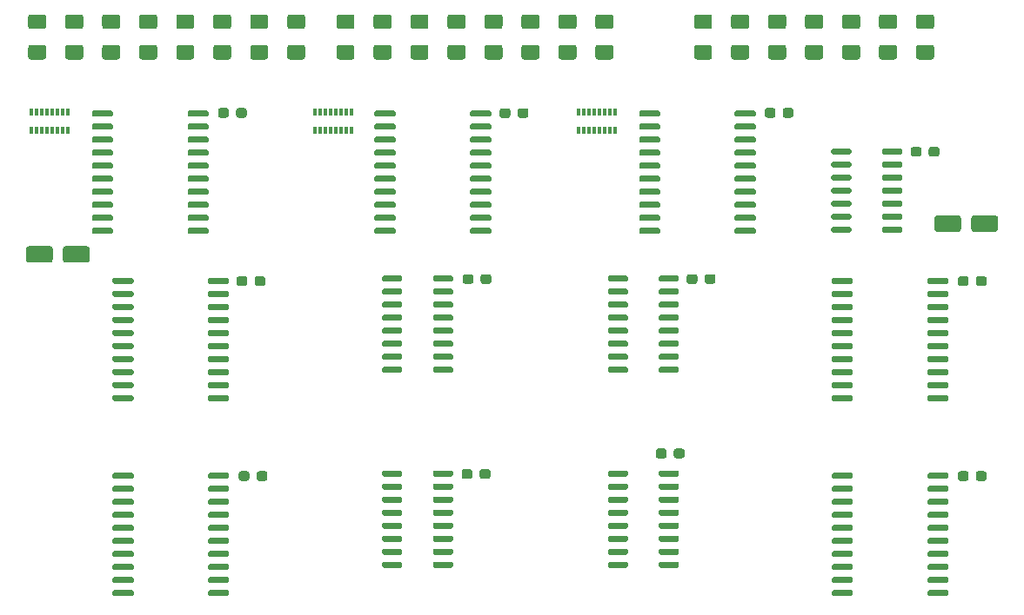
<source format=gbr>
G04 #@! TF.GenerationSoftware,KiCad,Pcbnew,(5.1.8)-1*
G04 #@! TF.CreationDate,2021-01-24T11:35:45-08:00*
G04 #@! TF.ProjectId,AddressRegisterModule,41646472-6573-4735-9265-676973746572,1.0*
G04 #@! TF.SameCoordinates,Original*
G04 #@! TF.FileFunction,Paste,Top*
G04 #@! TF.FilePolarity,Positive*
%FSLAX46Y46*%
G04 Gerber Fmt 4.6, Leading zero omitted, Abs format (unit mm)*
G04 Created by KiCad (PCBNEW (5.1.8)-1) date 2021-01-24 11:35:45*
%MOMM*%
%LPD*%
G01*
G04 APERTURE LIST*
%ADD10R,0.300000X0.800000*%
G04 APERTURE END LIST*
G36*
G01*
X126325000Y-86935000D02*
X126325000Y-86635000D01*
G75*
G02*
X126475000Y-86485000I150000J0D01*
G01*
X128225000Y-86485000D01*
G75*
G02*
X128375000Y-86635000I0J-150000D01*
G01*
X128375000Y-86935000D01*
G75*
G02*
X128225000Y-87085000I-150000J0D01*
G01*
X126475000Y-87085000D01*
G75*
G02*
X126325000Y-86935000I0J150000D01*
G01*
G37*
G36*
G01*
X126325000Y-88205000D02*
X126325000Y-87905000D01*
G75*
G02*
X126475000Y-87755000I150000J0D01*
G01*
X128225000Y-87755000D01*
G75*
G02*
X128375000Y-87905000I0J-150000D01*
G01*
X128375000Y-88205000D01*
G75*
G02*
X128225000Y-88355000I-150000J0D01*
G01*
X126475000Y-88355000D01*
G75*
G02*
X126325000Y-88205000I0J150000D01*
G01*
G37*
G36*
G01*
X126325000Y-89475000D02*
X126325000Y-89175000D01*
G75*
G02*
X126475000Y-89025000I150000J0D01*
G01*
X128225000Y-89025000D01*
G75*
G02*
X128375000Y-89175000I0J-150000D01*
G01*
X128375000Y-89475000D01*
G75*
G02*
X128225000Y-89625000I-150000J0D01*
G01*
X126475000Y-89625000D01*
G75*
G02*
X126325000Y-89475000I0J150000D01*
G01*
G37*
G36*
G01*
X126325000Y-90745000D02*
X126325000Y-90445000D01*
G75*
G02*
X126475000Y-90295000I150000J0D01*
G01*
X128225000Y-90295000D01*
G75*
G02*
X128375000Y-90445000I0J-150000D01*
G01*
X128375000Y-90745000D01*
G75*
G02*
X128225000Y-90895000I-150000J0D01*
G01*
X126475000Y-90895000D01*
G75*
G02*
X126325000Y-90745000I0J150000D01*
G01*
G37*
G36*
G01*
X126325000Y-92015000D02*
X126325000Y-91715000D01*
G75*
G02*
X126475000Y-91565000I150000J0D01*
G01*
X128225000Y-91565000D01*
G75*
G02*
X128375000Y-91715000I0J-150000D01*
G01*
X128375000Y-92015000D01*
G75*
G02*
X128225000Y-92165000I-150000J0D01*
G01*
X126475000Y-92165000D01*
G75*
G02*
X126325000Y-92015000I0J150000D01*
G01*
G37*
G36*
G01*
X126325000Y-93285000D02*
X126325000Y-92985000D01*
G75*
G02*
X126475000Y-92835000I150000J0D01*
G01*
X128225000Y-92835000D01*
G75*
G02*
X128375000Y-92985000I0J-150000D01*
G01*
X128375000Y-93285000D01*
G75*
G02*
X128225000Y-93435000I-150000J0D01*
G01*
X126475000Y-93435000D01*
G75*
G02*
X126325000Y-93285000I0J150000D01*
G01*
G37*
G36*
G01*
X126325000Y-94555000D02*
X126325000Y-94255000D01*
G75*
G02*
X126475000Y-94105000I150000J0D01*
G01*
X128225000Y-94105000D01*
G75*
G02*
X128375000Y-94255000I0J-150000D01*
G01*
X128375000Y-94555000D01*
G75*
G02*
X128225000Y-94705000I-150000J0D01*
G01*
X126475000Y-94705000D01*
G75*
G02*
X126325000Y-94555000I0J150000D01*
G01*
G37*
G36*
G01*
X126325000Y-95825000D02*
X126325000Y-95525000D01*
G75*
G02*
X126475000Y-95375000I150000J0D01*
G01*
X128225000Y-95375000D01*
G75*
G02*
X128375000Y-95525000I0J-150000D01*
G01*
X128375000Y-95825000D01*
G75*
G02*
X128225000Y-95975000I-150000J0D01*
G01*
X126475000Y-95975000D01*
G75*
G02*
X126325000Y-95825000I0J150000D01*
G01*
G37*
G36*
G01*
X126325000Y-97095000D02*
X126325000Y-96795000D01*
G75*
G02*
X126475000Y-96645000I150000J0D01*
G01*
X128225000Y-96645000D01*
G75*
G02*
X128375000Y-96795000I0J-150000D01*
G01*
X128375000Y-97095000D01*
G75*
G02*
X128225000Y-97245000I-150000J0D01*
G01*
X126475000Y-97245000D01*
G75*
G02*
X126325000Y-97095000I0J150000D01*
G01*
G37*
G36*
G01*
X126325000Y-98365000D02*
X126325000Y-98065000D01*
G75*
G02*
X126475000Y-97915000I150000J0D01*
G01*
X128225000Y-97915000D01*
G75*
G02*
X128375000Y-98065000I0J-150000D01*
G01*
X128375000Y-98365000D01*
G75*
G02*
X128225000Y-98515000I-150000J0D01*
G01*
X126475000Y-98515000D01*
G75*
G02*
X126325000Y-98365000I0J150000D01*
G01*
G37*
G36*
G01*
X135625000Y-98365000D02*
X135625000Y-98065000D01*
G75*
G02*
X135775000Y-97915000I150000J0D01*
G01*
X137525000Y-97915000D01*
G75*
G02*
X137675000Y-98065000I0J-150000D01*
G01*
X137675000Y-98365000D01*
G75*
G02*
X137525000Y-98515000I-150000J0D01*
G01*
X135775000Y-98515000D01*
G75*
G02*
X135625000Y-98365000I0J150000D01*
G01*
G37*
G36*
G01*
X135625000Y-97095000D02*
X135625000Y-96795000D01*
G75*
G02*
X135775000Y-96645000I150000J0D01*
G01*
X137525000Y-96645000D01*
G75*
G02*
X137675000Y-96795000I0J-150000D01*
G01*
X137675000Y-97095000D01*
G75*
G02*
X137525000Y-97245000I-150000J0D01*
G01*
X135775000Y-97245000D01*
G75*
G02*
X135625000Y-97095000I0J150000D01*
G01*
G37*
G36*
G01*
X135625000Y-95825000D02*
X135625000Y-95525000D01*
G75*
G02*
X135775000Y-95375000I150000J0D01*
G01*
X137525000Y-95375000D01*
G75*
G02*
X137675000Y-95525000I0J-150000D01*
G01*
X137675000Y-95825000D01*
G75*
G02*
X137525000Y-95975000I-150000J0D01*
G01*
X135775000Y-95975000D01*
G75*
G02*
X135625000Y-95825000I0J150000D01*
G01*
G37*
G36*
G01*
X135625000Y-94555000D02*
X135625000Y-94255000D01*
G75*
G02*
X135775000Y-94105000I150000J0D01*
G01*
X137525000Y-94105000D01*
G75*
G02*
X137675000Y-94255000I0J-150000D01*
G01*
X137675000Y-94555000D01*
G75*
G02*
X137525000Y-94705000I-150000J0D01*
G01*
X135775000Y-94705000D01*
G75*
G02*
X135625000Y-94555000I0J150000D01*
G01*
G37*
G36*
G01*
X135625000Y-93285000D02*
X135625000Y-92985000D01*
G75*
G02*
X135775000Y-92835000I150000J0D01*
G01*
X137525000Y-92835000D01*
G75*
G02*
X137675000Y-92985000I0J-150000D01*
G01*
X137675000Y-93285000D01*
G75*
G02*
X137525000Y-93435000I-150000J0D01*
G01*
X135775000Y-93435000D01*
G75*
G02*
X135625000Y-93285000I0J150000D01*
G01*
G37*
G36*
G01*
X135625000Y-92015000D02*
X135625000Y-91715000D01*
G75*
G02*
X135775000Y-91565000I150000J0D01*
G01*
X137525000Y-91565000D01*
G75*
G02*
X137675000Y-91715000I0J-150000D01*
G01*
X137675000Y-92015000D01*
G75*
G02*
X137525000Y-92165000I-150000J0D01*
G01*
X135775000Y-92165000D01*
G75*
G02*
X135625000Y-92015000I0J150000D01*
G01*
G37*
G36*
G01*
X135625000Y-90745000D02*
X135625000Y-90445000D01*
G75*
G02*
X135775000Y-90295000I150000J0D01*
G01*
X137525000Y-90295000D01*
G75*
G02*
X137675000Y-90445000I0J-150000D01*
G01*
X137675000Y-90745000D01*
G75*
G02*
X137525000Y-90895000I-150000J0D01*
G01*
X135775000Y-90895000D01*
G75*
G02*
X135625000Y-90745000I0J150000D01*
G01*
G37*
G36*
G01*
X135625000Y-89475000D02*
X135625000Y-89175000D01*
G75*
G02*
X135775000Y-89025000I150000J0D01*
G01*
X137525000Y-89025000D01*
G75*
G02*
X137675000Y-89175000I0J-150000D01*
G01*
X137675000Y-89475000D01*
G75*
G02*
X137525000Y-89625000I-150000J0D01*
G01*
X135775000Y-89625000D01*
G75*
G02*
X135625000Y-89475000I0J150000D01*
G01*
G37*
G36*
G01*
X135625000Y-88205000D02*
X135625000Y-87905000D01*
G75*
G02*
X135775000Y-87755000I150000J0D01*
G01*
X137525000Y-87755000D01*
G75*
G02*
X137675000Y-87905000I0J-150000D01*
G01*
X137675000Y-88205000D01*
G75*
G02*
X137525000Y-88355000I-150000J0D01*
G01*
X135775000Y-88355000D01*
G75*
G02*
X135625000Y-88205000I0J150000D01*
G01*
G37*
G36*
G01*
X135625000Y-86935000D02*
X135625000Y-86635000D01*
G75*
G02*
X135775000Y-86485000I150000J0D01*
G01*
X137525000Y-86485000D01*
G75*
G02*
X137675000Y-86635000I0J-150000D01*
G01*
X137675000Y-86935000D01*
G75*
G02*
X137525000Y-87085000I-150000J0D01*
G01*
X135775000Y-87085000D01*
G75*
G02*
X135625000Y-86935000I0J150000D01*
G01*
G37*
G36*
G01*
X205625000Y-67935000D02*
X205625000Y-67635000D01*
G75*
G02*
X205775000Y-67485000I150000J0D01*
G01*
X207525000Y-67485000D01*
G75*
G02*
X207675000Y-67635000I0J-150000D01*
G01*
X207675000Y-67935000D01*
G75*
G02*
X207525000Y-68085000I-150000J0D01*
G01*
X205775000Y-68085000D01*
G75*
G02*
X205625000Y-67935000I0J150000D01*
G01*
G37*
G36*
G01*
X205625000Y-69205000D02*
X205625000Y-68905000D01*
G75*
G02*
X205775000Y-68755000I150000J0D01*
G01*
X207525000Y-68755000D01*
G75*
G02*
X207675000Y-68905000I0J-150000D01*
G01*
X207675000Y-69205000D01*
G75*
G02*
X207525000Y-69355000I-150000J0D01*
G01*
X205775000Y-69355000D01*
G75*
G02*
X205625000Y-69205000I0J150000D01*
G01*
G37*
G36*
G01*
X205625000Y-70475000D02*
X205625000Y-70175000D01*
G75*
G02*
X205775000Y-70025000I150000J0D01*
G01*
X207525000Y-70025000D01*
G75*
G02*
X207675000Y-70175000I0J-150000D01*
G01*
X207675000Y-70475000D01*
G75*
G02*
X207525000Y-70625000I-150000J0D01*
G01*
X205775000Y-70625000D01*
G75*
G02*
X205625000Y-70475000I0J150000D01*
G01*
G37*
G36*
G01*
X205625000Y-71745000D02*
X205625000Y-71445000D01*
G75*
G02*
X205775000Y-71295000I150000J0D01*
G01*
X207525000Y-71295000D01*
G75*
G02*
X207675000Y-71445000I0J-150000D01*
G01*
X207675000Y-71745000D01*
G75*
G02*
X207525000Y-71895000I-150000J0D01*
G01*
X205775000Y-71895000D01*
G75*
G02*
X205625000Y-71745000I0J150000D01*
G01*
G37*
G36*
G01*
X205625000Y-73015000D02*
X205625000Y-72715000D01*
G75*
G02*
X205775000Y-72565000I150000J0D01*
G01*
X207525000Y-72565000D01*
G75*
G02*
X207675000Y-72715000I0J-150000D01*
G01*
X207675000Y-73015000D01*
G75*
G02*
X207525000Y-73165000I-150000J0D01*
G01*
X205775000Y-73165000D01*
G75*
G02*
X205625000Y-73015000I0J150000D01*
G01*
G37*
G36*
G01*
X205625000Y-74285000D02*
X205625000Y-73985000D01*
G75*
G02*
X205775000Y-73835000I150000J0D01*
G01*
X207525000Y-73835000D01*
G75*
G02*
X207675000Y-73985000I0J-150000D01*
G01*
X207675000Y-74285000D01*
G75*
G02*
X207525000Y-74435000I-150000J0D01*
G01*
X205775000Y-74435000D01*
G75*
G02*
X205625000Y-74285000I0J150000D01*
G01*
G37*
G36*
G01*
X205625000Y-75555000D02*
X205625000Y-75255000D01*
G75*
G02*
X205775000Y-75105000I150000J0D01*
G01*
X207525000Y-75105000D01*
G75*
G02*
X207675000Y-75255000I0J-150000D01*
G01*
X207675000Y-75555000D01*
G75*
G02*
X207525000Y-75705000I-150000J0D01*
G01*
X205775000Y-75705000D01*
G75*
G02*
X205625000Y-75555000I0J150000D01*
G01*
G37*
G36*
G01*
X205625000Y-76825000D02*
X205625000Y-76525000D01*
G75*
G02*
X205775000Y-76375000I150000J0D01*
G01*
X207525000Y-76375000D01*
G75*
G02*
X207675000Y-76525000I0J-150000D01*
G01*
X207675000Y-76825000D01*
G75*
G02*
X207525000Y-76975000I-150000J0D01*
G01*
X205775000Y-76975000D01*
G75*
G02*
X205625000Y-76825000I0J150000D01*
G01*
G37*
G36*
G01*
X205625000Y-78095000D02*
X205625000Y-77795000D01*
G75*
G02*
X205775000Y-77645000I150000J0D01*
G01*
X207525000Y-77645000D01*
G75*
G02*
X207675000Y-77795000I0J-150000D01*
G01*
X207675000Y-78095000D01*
G75*
G02*
X207525000Y-78245000I-150000J0D01*
G01*
X205775000Y-78245000D01*
G75*
G02*
X205625000Y-78095000I0J150000D01*
G01*
G37*
G36*
G01*
X205625000Y-79365000D02*
X205625000Y-79065000D01*
G75*
G02*
X205775000Y-78915000I150000J0D01*
G01*
X207525000Y-78915000D01*
G75*
G02*
X207675000Y-79065000I0J-150000D01*
G01*
X207675000Y-79365000D01*
G75*
G02*
X207525000Y-79515000I-150000J0D01*
G01*
X205775000Y-79515000D01*
G75*
G02*
X205625000Y-79365000I0J150000D01*
G01*
G37*
G36*
G01*
X196325000Y-79365000D02*
X196325000Y-79065000D01*
G75*
G02*
X196475000Y-78915000I150000J0D01*
G01*
X198225000Y-78915000D01*
G75*
G02*
X198375000Y-79065000I0J-150000D01*
G01*
X198375000Y-79365000D01*
G75*
G02*
X198225000Y-79515000I-150000J0D01*
G01*
X196475000Y-79515000D01*
G75*
G02*
X196325000Y-79365000I0J150000D01*
G01*
G37*
G36*
G01*
X196325000Y-78095000D02*
X196325000Y-77795000D01*
G75*
G02*
X196475000Y-77645000I150000J0D01*
G01*
X198225000Y-77645000D01*
G75*
G02*
X198375000Y-77795000I0J-150000D01*
G01*
X198375000Y-78095000D01*
G75*
G02*
X198225000Y-78245000I-150000J0D01*
G01*
X196475000Y-78245000D01*
G75*
G02*
X196325000Y-78095000I0J150000D01*
G01*
G37*
G36*
G01*
X196325000Y-76825000D02*
X196325000Y-76525000D01*
G75*
G02*
X196475000Y-76375000I150000J0D01*
G01*
X198225000Y-76375000D01*
G75*
G02*
X198375000Y-76525000I0J-150000D01*
G01*
X198375000Y-76825000D01*
G75*
G02*
X198225000Y-76975000I-150000J0D01*
G01*
X196475000Y-76975000D01*
G75*
G02*
X196325000Y-76825000I0J150000D01*
G01*
G37*
G36*
G01*
X196325000Y-75555000D02*
X196325000Y-75255000D01*
G75*
G02*
X196475000Y-75105000I150000J0D01*
G01*
X198225000Y-75105000D01*
G75*
G02*
X198375000Y-75255000I0J-150000D01*
G01*
X198375000Y-75555000D01*
G75*
G02*
X198225000Y-75705000I-150000J0D01*
G01*
X196475000Y-75705000D01*
G75*
G02*
X196325000Y-75555000I0J150000D01*
G01*
G37*
G36*
G01*
X196325000Y-74285000D02*
X196325000Y-73985000D01*
G75*
G02*
X196475000Y-73835000I150000J0D01*
G01*
X198225000Y-73835000D01*
G75*
G02*
X198375000Y-73985000I0J-150000D01*
G01*
X198375000Y-74285000D01*
G75*
G02*
X198225000Y-74435000I-150000J0D01*
G01*
X196475000Y-74435000D01*
G75*
G02*
X196325000Y-74285000I0J150000D01*
G01*
G37*
G36*
G01*
X196325000Y-73015000D02*
X196325000Y-72715000D01*
G75*
G02*
X196475000Y-72565000I150000J0D01*
G01*
X198225000Y-72565000D01*
G75*
G02*
X198375000Y-72715000I0J-150000D01*
G01*
X198375000Y-73015000D01*
G75*
G02*
X198225000Y-73165000I-150000J0D01*
G01*
X196475000Y-73165000D01*
G75*
G02*
X196325000Y-73015000I0J150000D01*
G01*
G37*
G36*
G01*
X196325000Y-71745000D02*
X196325000Y-71445000D01*
G75*
G02*
X196475000Y-71295000I150000J0D01*
G01*
X198225000Y-71295000D01*
G75*
G02*
X198375000Y-71445000I0J-150000D01*
G01*
X198375000Y-71745000D01*
G75*
G02*
X198225000Y-71895000I-150000J0D01*
G01*
X196475000Y-71895000D01*
G75*
G02*
X196325000Y-71745000I0J150000D01*
G01*
G37*
G36*
G01*
X196325000Y-70475000D02*
X196325000Y-70175000D01*
G75*
G02*
X196475000Y-70025000I150000J0D01*
G01*
X198225000Y-70025000D01*
G75*
G02*
X198375000Y-70175000I0J-150000D01*
G01*
X198375000Y-70475000D01*
G75*
G02*
X198225000Y-70625000I-150000J0D01*
G01*
X196475000Y-70625000D01*
G75*
G02*
X196325000Y-70475000I0J150000D01*
G01*
G37*
G36*
G01*
X196325000Y-69205000D02*
X196325000Y-68905000D01*
G75*
G02*
X196475000Y-68755000I150000J0D01*
G01*
X198225000Y-68755000D01*
G75*
G02*
X198375000Y-68905000I0J-150000D01*
G01*
X198375000Y-69205000D01*
G75*
G02*
X198225000Y-69355000I-150000J0D01*
G01*
X196475000Y-69355000D01*
G75*
G02*
X196325000Y-69205000I0J150000D01*
G01*
G37*
G36*
G01*
X196325000Y-67935000D02*
X196325000Y-67635000D01*
G75*
G02*
X196475000Y-67485000I150000J0D01*
G01*
X198225000Y-67485000D01*
G75*
G02*
X198375000Y-67635000I0J-150000D01*
G01*
X198375000Y-67935000D01*
G75*
G02*
X198225000Y-68085000I-150000J0D01*
G01*
X196475000Y-68085000D01*
G75*
G02*
X196325000Y-67935000I0J150000D01*
G01*
G37*
G36*
G01*
X152550000Y-67705000D02*
X152550000Y-67405000D01*
G75*
G02*
X152700000Y-67255000I150000J0D01*
G01*
X154350000Y-67255000D01*
G75*
G02*
X154500000Y-67405000I0J-150000D01*
G01*
X154500000Y-67705000D01*
G75*
G02*
X154350000Y-67855000I-150000J0D01*
G01*
X152700000Y-67855000D01*
G75*
G02*
X152550000Y-67705000I0J150000D01*
G01*
G37*
G36*
G01*
X152550000Y-68975000D02*
X152550000Y-68675000D01*
G75*
G02*
X152700000Y-68525000I150000J0D01*
G01*
X154350000Y-68525000D01*
G75*
G02*
X154500000Y-68675000I0J-150000D01*
G01*
X154500000Y-68975000D01*
G75*
G02*
X154350000Y-69125000I-150000J0D01*
G01*
X152700000Y-69125000D01*
G75*
G02*
X152550000Y-68975000I0J150000D01*
G01*
G37*
G36*
G01*
X152550000Y-70245000D02*
X152550000Y-69945000D01*
G75*
G02*
X152700000Y-69795000I150000J0D01*
G01*
X154350000Y-69795000D01*
G75*
G02*
X154500000Y-69945000I0J-150000D01*
G01*
X154500000Y-70245000D01*
G75*
G02*
X154350000Y-70395000I-150000J0D01*
G01*
X152700000Y-70395000D01*
G75*
G02*
X152550000Y-70245000I0J150000D01*
G01*
G37*
G36*
G01*
X152550000Y-71515000D02*
X152550000Y-71215000D01*
G75*
G02*
X152700000Y-71065000I150000J0D01*
G01*
X154350000Y-71065000D01*
G75*
G02*
X154500000Y-71215000I0J-150000D01*
G01*
X154500000Y-71515000D01*
G75*
G02*
X154350000Y-71665000I-150000J0D01*
G01*
X152700000Y-71665000D01*
G75*
G02*
X152550000Y-71515000I0J150000D01*
G01*
G37*
G36*
G01*
X152550000Y-72785000D02*
X152550000Y-72485000D01*
G75*
G02*
X152700000Y-72335000I150000J0D01*
G01*
X154350000Y-72335000D01*
G75*
G02*
X154500000Y-72485000I0J-150000D01*
G01*
X154500000Y-72785000D01*
G75*
G02*
X154350000Y-72935000I-150000J0D01*
G01*
X152700000Y-72935000D01*
G75*
G02*
X152550000Y-72785000I0J150000D01*
G01*
G37*
G36*
G01*
X152550000Y-74055000D02*
X152550000Y-73755000D01*
G75*
G02*
X152700000Y-73605000I150000J0D01*
G01*
X154350000Y-73605000D01*
G75*
G02*
X154500000Y-73755000I0J-150000D01*
G01*
X154500000Y-74055000D01*
G75*
G02*
X154350000Y-74205000I-150000J0D01*
G01*
X152700000Y-74205000D01*
G75*
G02*
X152550000Y-74055000I0J150000D01*
G01*
G37*
G36*
G01*
X152550000Y-75325000D02*
X152550000Y-75025000D01*
G75*
G02*
X152700000Y-74875000I150000J0D01*
G01*
X154350000Y-74875000D01*
G75*
G02*
X154500000Y-75025000I0J-150000D01*
G01*
X154500000Y-75325000D01*
G75*
G02*
X154350000Y-75475000I-150000J0D01*
G01*
X152700000Y-75475000D01*
G75*
G02*
X152550000Y-75325000I0J150000D01*
G01*
G37*
G36*
G01*
X152550000Y-76595000D02*
X152550000Y-76295000D01*
G75*
G02*
X152700000Y-76145000I150000J0D01*
G01*
X154350000Y-76145000D01*
G75*
G02*
X154500000Y-76295000I0J-150000D01*
G01*
X154500000Y-76595000D01*
G75*
G02*
X154350000Y-76745000I-150000J0D01*
G01*
X152700000Y-76745000D01*
G75*
G02*
X152550000Y-76595000I0J150000D01*
G01*
G37*
G36*
G01*
X157500000Y-76595000D02*
X157500000Y-76295000D01*
G75*
G02*
X157650000Y-76145000I150000J0D01*
G01*
X159300000Y-76145000D01*
G75*
G02*
X159450000Y-76295000I0J-150000D01*
G01*
X159450000Y-76595000D01*
G75*
G02*
X159300000Y-76745000I-150000J0D01*
G01*
X157650000Y-76745000D01*
G75*
G02*
X157500000Y-76595000I0J150000D01*
G01*
G37*
G36*
G01*
X157500000Y-75325000D02*
X157500000Y-75025000D01*
G75*
G02*
X157650000Y-74875000I150000J0D01*
G01*
X159300000Y-74875000D01*
G75*
G02*
X159450000Y-75025000I0J-150000D01*
G01*
X159450000Y-75325000D01*
G75*
G02*
X159300000Y-75475000I-150000J0D01*
G01*
X157650000Y-75475000D01*
G75*
G02*
X157500000Y-75325000I0J150000D01*
G01*
G37*
G36*
G01*
X157500000Y-74055000D02*
X157500000Y-73755000D01*
G75*
G02*
X157650000Y-73605000I150000J0D01*
G01*
X159300000Y-73605000D01*
G75*
G02*
X159450000Y-73755000I0J-150000D01*
G01*
X159450000Y-74055000D01*
G75*
G02*
X159300000Y-74205000I-150000J0D01*
G01*
X157650000Y-74205000D01*
G75*
G02*
X157500000Y-74055000I0J150000D01*
G01*
G37*
G36*
G01*
X157500000Y-72785000D02*
X157500000Y-72485000D01*
G75*
G02*
X157650000Y-72335000I150000J0D01*
G01*
X159300000Y-72335000D01*
G75*
G02*
X159450000Y-72485000I0J-150000D01*
G01*
X159450000Y-72785000D01*
G75*
G02*
X159300000Y-72935000I-150000J0D01*
G01*
X157650000Y-72935000D01*
G75*
G02*
X157500000Y-72785000I0J150000D01*
G01*
G37*
G36*
G01*
X157500000Y-71515000D02*
X157500000Y-71215000D01*
G75*
G02*
X157650000Y-71065000I150000J0D01*
G01*
X159300000Y-71065000D01*
G75*
G02*
X159450000Y-71215000I0J-150000D01*
G01*
X159450000Y-71515000D01*
G75*
G02*
X159300000Y-71665000I-150000J0D01*
G01*
X157650000Y-71665000D01*
G75*
G02*
X157500000Y-71515000I0J150000D01*
G01*
G37*
G36*
G01*
X157500000Y-70245000D02*
X157500000Y-69945000D01*
G75*
G02*
X157650000Y-69795000I150000J0D01*
G01*
X159300000Y-69795000D01*
G75*
G02*
X159450000Y-69945000I0J-150000D01*
G01*
X159450000Y-70245000D01*
G75*
G02*
X159300000Y-70395000I-150000J0D01*
G01*
X157650000Y-70395000D01*
G75*
G02*
X157500000Y-70245000I0J150000D01*
G01*
G37*
G36*
G01*
X157500000Y-68975000D02*
X157500000Y-68675000D01*
G75*
G02*
X157650000Y-68525000I150000J0D01*
G01*
X159300000Y-68525000D01*
G75*
G02*
X159450000Y-68675000I0J-150000D01*
G01*
X159450000Y-68975000D01*
G75*
G02*
X159300000Y-69125000I-150000J0D01*
G01*
X157650000Y-69125000D01*
G75*
G02*
X157500000Y-68975000I0J150000D01*
G01*
G37*
G36*
G01*
X157500000Y-67705000D02*
X157500000Y-67405000D01*
G75*
G02*
X157650000Y-67255000I150000J0D01*
G01*
X159300000Y-67255000D01*
G75*
G02*
X159450000Y-67405000I0J-150000D01*
G01*
X159450000Y-67705000D01*
G75*
G02*
X159300000Y-67855000I-150000J0D01*
G01*
X157650000Y-67855000D01*
G75*
G02*
X157500000Y-67705000I0J150000D01*
G01*
G37*
G36*
G01*
X129175000Y-41800000D02*
X130425000Y-41800000D01*
G75*
G02*
X130675000Y-42050000I0J-250000D01*
G01*
X130675000Y-42975000D01*
G75*
G02*
X130425000Y-43225000I-250000J0D01*
G01*
X129175000Y-43225000D01*
G75*
G02*
X128925000Y-42975000I0J250000D01*
G01*
X128925000Y-42050000D01*
G75*
G02*
X129175000Y-41800000I250000J0D01*
G01*
G37*
G36*
G01*
X129175000Y-44775000D02*
X130425000Y-44775000D01*
G75*
G02*
X130675000Y-45025000I0J-250000D01*
G01*
X130675000Y-45950000D01*
G75*
G02*
X130425000Y-46200000I-250000J0D01*
G01*
X129175000Y-46200000D01*
G75*
G02*
X128925000Y-45950000I0J250000D01*
G01*
X128925000Y-45025000D01*
G75*
G02*
X129175000Y-44775000I250000J0D01*
G01*
G37*
G36*
G01*
X182000000Y-84362500D02*
X182000000Y-84837500D01*
G75*
G02*
X181762500Y-85075000I-237500J0D01*
G01*
X181187500Y-85075000D01*
G75*
G02*
X180950000Y-84837500I0J237500D01*
G01*
X180950000Y-84362500D01*
G75*
G02*
X181187500Y-84125000I237500J0D01*
G01*
X181762500Y-84125000D01*
G75*
G02*
X182000000Y-84362500I0J-237500D01*
G01*
G37*
G36*
G01*
X180250000Y-84362500D02*
X180250000Y-84837500D01*
G75*
G02*
X180012500Y-85075000I-237500J0D01*
G01*
X179437500Y-85075000D01*
G75*
G02*
X179200000Y-84837500I0J237500D01*
G01*
X179200000Y-84362500D01*
G75*
G02*
X179437500Y-84125000I237500J0D01*
G01*
X180012500Y-84125000D01*
G75*
G02*
X180250000Y-84362500I0J-237500D01*
G01*
G37*
G36*
G01*
X183250000Y-67362500D02*
X183250000Y-67837500D01*
G75*
G02*
X183012500Y-68075000I-237500J0D01*
G01*
X182437500Y-68075000D01*
G75*
G02*
X182200000Y-67837500I0J237500D01*
G01*
X182200000Y-67362500D01*
G75*
G02*
X182437500Y-67125000I237500J0D01*
G01*
X183012500Y-67125000D01*
G75*
G02*
X183250000Y-67362500I0J-237500D01*
G01*
G37*
G36*
G01*
X185000000Y-67362500D02*
X185000000Y-67837500D01*
G75*
G02*
X184762500Y-68075000I-237500J0D01*
G01*
X184187500Y-68075000D01*
G75*
G02*
X183950000Y-67837500I0J237500D01*
G01*
X183950000Y-67362500D01*
G75*
G02*
X184187500Y-67125000I237500J0D01*
G01*
X184762500Y-67125000D01*
G75*
G02*
X185000000Y-67362500I0J-237500D01*
G01*
G37*
G36*
G01*
X163100000Y-86362500D02*
X163100000Y-86837500D01*
G75*
G02*
X162862500Y-87075000I-237500J0D01*
G01*
X162287500Y-87075000D01*
G75*
G02*
X162050000Y-86837500I0J237500D01*
G01*
X162050000Y-86362500D01*
G75*
G02*
X162287500Y-86125000I237500J0D01*
G01*
X162862500Y-86125000D01*
G75*
G02*
X163100000Y-86362500I0J-237500D01*
G01*
G37*
G36*
G01*
X161350000Y-86362500D02*
X161350000Y-86837500D01*
G75*
G02*
X161112500Y-87075000I-237500J0D01*
G01*
X160537500Y-87075000D01*
G75*
G02*
X160300000Y-86837500I0J237500D01*
G01*
X160300000Y-86362500D01*
G75*
G02*
X160537500Y-86125000I237500J0D01*
G01*
X161112500Y-86125000D01*
G75*
G02*
X161350000Y-86362500I0J-237500D01*
G01*
G37*
G36*
G01*
X161450000Y-67362500D02*
X161450000Y-67837500D01*
G75*
G02*
X161212500Y-68075000I-237500J0D01*
G01*
X160637500Y-68075000D01*
G75*
G02*
X160400000Y-67837500I0J237500D01*
G01*
X160400000Y-67362500D01*
G75*
G02*
X160637500Y-67125000I237500J0D01*
G01*
X161212500Y-67125000D01*
G75*
G02*
X161450000Y-67362500I0J-237500D01*
G01*
G37*
G36*
G01*
X163200000Y-67362500D02*
X163200000Y-67837500D01*
G75*
G02*
X162962500Y-68075000I-237500J0D01*
G01*
X162387500Y-68075000D01*
G75*
G02*
X162150000Y-67837500I0J237500D01*
G01*
X162150000Y-67362500D01*
G75*
G02*
X162387500Y-67125000I237500J0D01*
G01*
X162962500Y-67125000D01*
G75*
G02*
X163200000Y-67362500I0J-237500D01*
G01*
G37*
G36*
G01*
X211400000Y-67562500D02*
X211400000Y-68037500D01*
G75*
G02*
X211162500Y-68275000I-237500J0D01*
G01*
X210587500Y-68275000D01*
G75*
G02*
X210350000Y-68037500I0J237500D01*
G01*
X210350000Y-67562500D01*
G75*
G02*
X210587500Y-67325000I237500J0D01*
G01*
X211162500Y-67325000D01*
G75*
G02*
X211400000Y-67562500I0J-237500D01*
G01*
G37*
G36*
G01*
X209650000Y-67562500D02*
X209650000Y-68037500D01*
G75*
G02*
X209412500Y-68275000I-237500J0D01*
G01*
X208837500Y-68275000D01*
G75*
G02*
X208600000Y-68037500I0J237500D01*
G01*
X208600000Y-67562500D01*
G75*
G02*
X208837500Y-67325000I237500J0D01*
G01*
X209412500Y-67325000D01*
G75*
G02*
X209650000Y-67562500I0J-237500D01*
G01*
G37*
G36*
G01*
X211400000Y-86562500D02*
X211400000Y-87037500D01*
G75*
G02*
X211162500Y-87275000I-237500J0D01*
G01*
X210587500Y-87275000D01*
G75*
G02*
X210350000Y-87037500I0J237500D01*
G01*
X210350000Y-86562500D01*
G75*
G02*
X210587500Y-86325000I237500J0D01*
G01*
X211162500Y-86325000D01*
G75*
G02*
X211400000Y-86562500I0J-237500D01*
G01*
G37*
G36*
G01*
X209650000Y-86562500D02*
X209650000Y-87037500D01*
G75*
G02*
X209412500Y-87275000I-237500J0D01*
G01*
X208837500Y-87275000D01*
G75*
G02*
X208600000Y-87037500I0J237500D01*
G01*
X208600000Y-86562500D01*
G75*
G02*
X208837500Y-86325000I237500J0D01*
G01*
X209412500Y-86325000D01*
G75*
G02*
X209650000Y-86562500I0J-237500D01*
G01*
G37*
G36*
G01*
X139650000Y-86562500D02*
X139650000Y-87037500D01*
G75*
G02*
X139412500Y-87275000I-237500J0D01*
G01*
X138837500Y-87275000D01*
G75*
G02*
X138600000Y-87037500I0J237500D01*
G01*
X138600000Y-86562500D01*
G75*
G02*
X138837500Y-86325000I237500J0D01*
G01*
X139412500Y-86325000D01*
G75*
G02*
X139650000Y-86562500I0J-237500D01*
G01*
G37*
G36*
G01*
X141400000Y-86562500D02*
X141400000Y-87037500D01*
G75*
G02*
X141162500Y-87275000I-237500J0D01*
G01*
X140587500Y-87275000D01*
G75*
G02*
X140350000Y-87037500I0J237500D01*
G01*
X140350000Y-86562500D01*
G75*
G02*
X140587500Y-86325000I237500J0D01*
G01*
X141162500Y-86325000D01*
G75*
G02*
X141400000Y-86562500I0J-237500D01*
G01*
G37*
G36*
G01*
X141200000Y-67562500D02*
X141200000Y-68037500D01*
G75*
G02*
X140962500Y-68275000I-237500J0D01*
G01*
X140387500Y-68275000D01*
G75*
G02*
X140150000Y-68037500I0J237500D01*
G01*
X140150000Y-67562500D01*
G75*
G02*
X140387500Y-67325000I237500J0D01*
G01*
X140962500Y-67325000D01*
G75*
G02*
X141200000Y-67562500I0J-237500D01*
G01*
G37*
G36*
G01*
X139450000Y-67562500D02*
X139450000Y-68037500D01*
G75*
G02*
X139212500Y-68275000I-237500J0D01*
G01*
X138637500Y-68275000D01*
G75*
G02*
X138400000Y-68037500I0J237500D01*
G01*
X138400000Y-67562500D01*
G75*
G02*
X138637500Y-67325000I237500J0D01*
G01*
X139212500Y-67325000D01*
G75*
G02*
X139450000Y-67562500I0J-237500D01*
G01*
G37*
G36*
G01*
X165050000Y-51187500D02*
X165050000Y-51662500D01*
G75*
G02*
X164812500Y-51900000I-237500J0D01*
G01*
X164237500Y-51900000D01*
G75*
G02*
X164000000Y-51662500I0J237500D01*
G01*
X164000000Y-51187500D01*
G75*
G02*
X164237500Y-50950000I237500J0D01*
G01*
X164812500Y-50950000D01*
G75*
G02*
X165050000Y-51187500I0J-237500D01*
G01*
G37*
G36*
G01*
X166800000Y-51187500D02*
X166800000Y-51662500D01*
G75*
G02*
X166562500Y-51900000I-237500J0D01*
G01*
X165987500Y-51900000D01*
G75*
G02*
X165750000Y-51662500I0J237500D01*
G01*
X165750000Y-51187500D01*
G75*
G02*
X165987500Y-50950000I237500J0D01*
G01*
X166562500Y-50950000D01*
G75*
G02*
X166800000Y-51187500I0J-237500D01*
G01*
G37*
G36*
G01*
X137650000Y-51162500D02*
X137650000Y-51637500D01*
G75*
G02*
X137412500Y-51875000I-237500J0D01*
G01*
X136837500Y-51875000D01*
G75*
G02*
X136600000Y-51637500I0J237500D01*
G01*
X136600000Y-51162500D01*
G75*
G02*
X136837500Y-50925000I237500J0D01*
G01*
X137412500Y-50925000D01*
G75*
G02*
X137650000Y-51162500I0J-237500D01*
G01*
G37*
G36*
G01*
X139400000Y-51162500D02*
X139400000Y-51637500D01*
G75*
G02*
X139162500Y-51875000I-237500J0D01*
G01*
X138587500Y-51875000D01*
G75*
G02*
X138350000Y-51637500I0J237500D01*
G01*
X138350000Y-51162500D01*
G75*
G02*
X138587500Y-50925000I237500J0D01*
G01*
X139162500Y-50925000D01*
G75*
G02*
X139400000Y-51162500I0J-237500D01*
G01*
G37*
G36*
G01*
X190850000Y-51162500D02*
X190850000Y-51637500D01*
G75*
G02*
X190612500Y-51875000I-237500J0D01*
G01*
X190037500Y-51875000D01*
G75*
G02*
X189800000Y-51637500I0J237500D01*
G01*
X189800000Y-51162500D01*
G75*
G02*
X190037500Y-50925000I237500J0D01*
G01*
X190612500Y-50925000D01*
G75*
G02*
X190850000Y-51162500I0J-237500D01*
G01*
G37*
G36*
G01*
X192600000Y-51162500D02*
X192600000Y-51637500D01*
G75*
G02*
X192362500Y-51875000I-237500J0D01*
G01*
X191787500Y-51875000D01*
G75*
G02*
X191550000Y-51637500I0J237500D01*
G01*
X191550000Y-51162500D01*
G75*
G02*
X191787500Y-50925000I237500J0D01*
G01*
X192362500Y-50925000D01*
G75*
G02*
X192600000Y-51162500I0J-237500D01*
G01*
G37*
G36*
G01*
X206800000Y-54962500D02*
X206800000Y-55437500D01*
G75*
G02*
X206562500Y-55675000I-237500J0D01*
G01*
X205987500Y-55675000D01*
G75*
G02*
X205750000Y-55437500I0J237500D01*
G01*
X205750000Y-54962500D01*
G75*
G02*
X205987500Y-54725000I237500J0D01*
G01*
X206562500Y-54725000D01*
G75*
G02*
X206800000Y-54962500I0J-237500D01*
G01*
G37*
G36*
G01*
X205050000Y-54962500D02*
X205050000Y-55437500D01*
G75*
G02*
X204812500Y-55675000I-237500J0D01*
G01*
X204237500Y-55675000D01*
G75*
G02*
X204000000Y-55437500I0J237500D01*
G01*
X204000000Y-54962500D01*
G75*
G02*
X204237500Y-54725000I237500J0D01*
G01*
X204812500Y-54725000D01*
G75*
G02*
X205050000Y-54962500I0J-237500D01*
G01*
G37*
G36*
G01*
X173575000Y-44775000D02*
X174825000Y-44775000D01*
G75*
G02*
X175075000Y-45025000I0J-250000D01*
G01*
X175075000Y-45950000D01*
G75*
G02*
X174825000Y-46200000I-250000J0D01*
G01*
X173575000Y-46200000D01*
G75*
G02*
X173325000Y-45950000I0J250000D01*
G01*
X173325000Y-45025000D01*
G75*
G02*
X173575000Y-44775000I250000J0D01*
G01*
G37*
G36*
G01*
X173575000Y-41800000D02*
X174825000Y-41800000D01*
G75*
G02*
X175075000Y-42050000I0J-250000D01*
G01*
X175075000Y-42975000D01*
G75*
G02*
X174825000Y-43225000I-250000J0D01*
G01*
X173575000Y-43225000D01*
G75*
G02*
X173325000Y-42975000I0J250000D01*
G01*
X173325000Y-42050000D01*
G75*
G02*
X173575000Y-41800000I250000J0D01*
G01*
G37*
G36*
G01*
X169975000Y-41800000D02*
X171225000Y-41800000D01*
G75*
G02*
X171475000Y-42050000I0J-250000D01*
G01*
X171475000Y-42975000D01*
G75*
G02*
X171225000Y-43225000I-250000J0D01*
G01*
X169975000Y-43225000D01*
G75*
G02*
X169725000Y-42975000I0J250000D01*
G01*
X169725000Y-42050000D01*
G75*
G02*
X169975000Y-41800000I250000J0D01*
G01*
G37*
G36*
G01*
X169975000Y-44775000D02*
X171225000Y-44775000D01*
G75*
G02*
X171475000Y-45025000I0J-250000D01*
G01*
X171475000Y-45950000D01*
G75*
G02*
X171225000Y-46200000I-250000J0D01*
G01*
X169975000Y-46200000D01*
G75*
G02*
X169725000Y-45950000I0J250000D01*
G01*
X169725000Y-45025000D01*
G75*
G02*
X169975000Y-44775000I250000J0D01*
G01*
G37*
G36*
G01*
X166375000Y-44775000D02*
X167625000Y-44775000D01*
G75*
G02*
X167875000Y-45025000I0J-250000D01*
G01*
X167875000Y-45950000D01*
G75*
G02*
X167625000Y-46200000I-250000J0D01*
G01*
X166375000Y-46200000D01*
G75*
G02*
X166125000Y-45950000I0J250000D01*
G01*
X166125000Y-45025000D01*
G75*
G02*
X166375000Y-44775000I250000J0D01*
G01*
G37*
G36*
G01*
X166375000Y-41800000D02*
X167625000Y-41800000D01*
G75*
G02*
X167875000Y-42050000I0J-250000D01*
G01*
X167875000Y-42975000D01*
G75*
G02*
X167625000Y-43225000I-250000J0D01*
G01*
X166375000Y-43225000D01*
G75*
G02*
X166125000Y-42975000I0J250000D01*
G01*
X166125000Y-42050000D01*
G75*
G02*
X166375000Y-41800000I250000J0D01*
G01*
G37*
G36*
G01*
X162775000Y-41800000D02*
X164025000Y-41800000D01*
G75*
G02*
X164275000Y-42050000I0J-250000D01*
G01*
X164275000Y-42975000D01*
G75*
G02*
X164025000Y-43225000I-250000J0D01*
G01*
X162775000Y-43225000D01*
G75*
G02*
X162525000Y-42975000I0J250000D01*
G01*
X162525000Y-42050000D01*
G75*
G02*
X162775000Y-41800000I250000J0D01*
G01*
G37*
G36*
G01*
X162775000Y-44775000D02*
X164025000Y-44775000D01*
G75*
G02*
X164275000Y-45025000I0J-250000D01*
G01*
X164275000Y-45950000D01*
G75*
G02*
X164025000Y-46200000I-250000J0D01*
G01*
X162775000Y-46200000D01*
G75*
G02*
X162525000Y-45950000I0J250000D01*
G01*
X162525000Y-45025000D01*
G75*
G02*
X162775000Y-44775000I250000J0D01*
G01*
G37*
G36*
G01*
X159175000Y-44775000D02*
X160425000Y-44775000D01*
G75*
G02*
X160675000Y-45025000I0J-250000D01*
G01*
X160675000Y-45950000D01*
G75*
G02*
X160425000Y-46200000I-250000J0D01*
G01*
X159175000Y-46200000D01*
G75*
G02*
X158925000Y-45950000I0J250000D01*
G01*
X158925000Y-45025000D01*
G75*
G02*
X159175000Y-44775000I250000J0D01*
G01*
G37*
G36*
G01*
X159175000Y-41800000D02*
X160425000Y-41800000D01*
G75*
G02*
X160675000Y-42050000I0J-250000D01*
G01*
X160675000Y-42975000D01*
G75*
G02*
X160425000Y-43225000I-250000J0D01*
G01*
X159175000Y-43225000D01*
G75*
G02*
X158925000Y-42975000I0J250000D01*
G01*
X158925000Y-42050000D01*
G75*
G02*
X159175000Y-41800000I250000J0D01*
G01*
G37*
G36*
G01*
X155575000Y-41800000D02*
X156825000Y-41800000D01*
G75*
G02*
X157075000Y-42050000I0J-250000D01*
G01*
X157075000Y-42975000D01*
G75*
G02*
X156825000Y-43225000I-250000J0D01*
G01*
X155575000Y-43225000D01*
G75*
G02*
X155325000Y-42975000I0J250000D01*
G01*
X155325000Y-42050000D01*
G75*
G02*
X155575000Y-41800000I250000J0D01*
G01*
G37*
G36*
G01*
X155575000Y-44775000D02*
X156825000Y-44775000D01*
G75*
G02*
X157075000Y-45025000I0J-250000D01*
G01*
X157075000Y-45950000D01*
G75*
G02*
X156825000Y-46200000I-250000J0D01*
G01*
X155575000Y-46200000D01*
G75*
G02*
X155325000Y-45950000I0J250000D01*
G01*
X155325000Y-45025000D01*
G75*
G02*
X155575000Y-44775000I250000J0D01*
G01*
G37*
G36*
G01*
X151975000Y-44775000D02*
X153225000Y-44775000D01*
G75*
G02*
X153475000Y-45025000I0J-250000D01*
G01*
X153475000Y-45950000D01*
G75*
G02*
X153225000Y-46200000I-250000J0D01*
G01*
X151975000Y-46200000D01*
G75*
G02*
X151725000Y-45950000I0J250000D01*
G01*
X151725000Y-45025000D01*
G75*
G02*
X151975000Y-44775000I250000J0D01*
G01*
G37*
G36*
G01*
X151975000Y-41800000D02*
X153225000Y-41800000D01*
G75*
G02*
X153475000Y-42050000I0J-250000D01*
G01*
X153475000Y-42975000D01*
G75*
G02*
X153225000Y-43225000I-250000J0D01*
G01*
X151975000Y-43225000D01*
G75*
G02*
X151725000Y-42975000I0J250000D01*
G01*
X151725000Y-42050000D01*
G75*
G02*
X151975000Y-41800000I250000J0D01*
G01*
G37*
G36*
G01*
X148375000Y-41800000D02*
X149625000Y-41800000D01*
G75*
G02*
X149875000Y-42050000I0J-250000D01*
G01*
X149875000Y-42975000D01*
G75*
G02*
X149625000Y-43225000I-250000J0D01*
G01*
X148375000Y-43225000D01*
G75*
G02*
X148125000Y-42975000I0J250000D01*
G01*
X148125000Y-42050000D01*
G75*
G02*
X148375000Y-41800000I250000J0D01*
G01*
G37*
G36*
G01*
X148375000Y-44775000D02*
X149625000Y-44775000D01*
G75*
G02*
X149875000Y-45025000I0J-250000D01*
G01*
X149875000Y-45950000D01*
G75*
G02*
X149625000Y-46200000I-250000J0D01*
G01*
X148375000Y-46200000D01*
G75*
G02*
X148125000Y-45950000I0J250000D01*
G01*
X148125000Y-45025000D01*
G75*
G02*
X148375000Y-44775000I250000J0D01*
G01*
G37*
G36*
G01*
X143575000Y-44775000D02*
X144825000Y-44775000D01*
G75*
G02*
X145075000Y-45025000I0J-250000D01*
G01*
X145075000Y-45950000D01*
G75*
G02*
X144825000Y-46200000I-250000J0D01*
G01*
X143575000Y-46200000D01*
G75*
G02*
X143325000Y-45950000I0J250000D01*
G01*
X143325000Y-45025000D01*
G75*
G02*
X143575000Y-44775000I250000J0D01*
G01*
G37*
G36*
G01*
X143575000Y-41800000D02*
X144825000Y-41800000D01*
G75*
G02*
X145075000Y-42050000I0J-250000D01*
G01*
X145075000Y-42975000D01*
G75*
G02*
X144825000Y-43225000I-250000J0D01*
G01*
X143575000Y-43225000D01*
G75*
G02*
X143325000Y-42975000I0J250000D01*
G01*
X143325000Y-42050000D01*
G75*
G02*
X143575000Y-41800000I250000J0D01*
G01*
G37*
G36*
G01*
X139975000Y-41800000D02*
X141225000Y-41800000D01*
G75*
G02*
X141475000Y-42050000I0J-250000D01*
G01*
X141475000Y-42975000D01*
G75*
G02*
X141225000Y-43225000I-250000J0D01*
G01*
X139975000Y-43225000D01*
G75*
G02*
X139725000Y-42975000I0J250000D01*
G01*
X139725000Y-42050000D01*
G75*
G02*
X139975000Y-41800000I250000J0D01*
G01*
G37*
G36*
G01*
X139975000Y-44775000D02*
X141225000Y-44775000D01*
G75*
G02*
X141475000Y-45025000I0J-250000D01*
G01*
X141475000Y-45950000D01*
G75*
G02*
X141225000Y-46200000I-250000J0D01*
G01*
X139975000Y-46200000D01*
G75*
G02*
X139725000Y-45950000I0J250000D01*
G01*
X139725000Y-45025000D01*
G75*
G02*
X139975000Y-44775000I250000J0D01*
G01*
G37*
G36*
G01*
X136375000Y-44775000D02*
X137625000Y-44775000D01*
G75*
G02*
X137875000Y-45025000I0J-250000D01*
G01*
X137875000Y-45950000D01*
G75*
G02*
X137625000Y-46200000I-250000J0D01*
G01*
X136375000Y-46200000D01*
G75*
G02*
X136125000Y-45950000I0J250000D01*
G01*
X136125000Y-45025000D01*
G75*
G02*
X136375000Y-44775000I250000J0D01*
G01*
G37*
G36*
G01*
X136375000Y-41800000D02*
X137625000Y-41800000D01*
G75*
G02*
X137875000Y-42050000I0J-250000D01*
G01*
X137875000Y-42975000D01*
G75*
G02*
X137625000Y-43225000I-250000J0D01*
G01*
X136375000Y-43225000D01*
G75*
G02*
X136125000Y-42975000I0J250000D01*
G01*
X136125000Y-42050000D01*
G75*
G02*
X136375000Y-41800000I250000J0D01*
G01*
G37*
G36*
G01*
X132775000Y-44775000D02*
X134025000Y-44775000D01*
G75*
G02*
X134275000Y-45025000I0J-250000D01*
G01*
X134275000Y-45950000D01*
G75*
G02*
X134025000Y-46200000I-250000J0D01*
G01*
X132775000Y-46200000D01*
G75*
G02*
X132525000Y-45950000I0J250000D01*
G01*
X132525000Y-45025000D01*
G75*
G02*
X132775000Y-44775000I250000J0D01*
G01*
G37*
G36*
G01*
X132775000Y-41800000D02*
X134025000Y-41800000D01*
G75*
G02*
X134275000Y-42050000I0J-250000D01*
G01*
X134275000Y-42975000D01*
G75*
G02*
X134025000Y-43225000I-250000J0D01*
G01*
X132775000Y-43225000D01*
G75*
G02*
X132525000Y-42975000I0J250000D01*
G01*
X132525000Y-42050000D01*
G75*
G02*
X132775000Y-41800000I250000J0D01*
G01*
G37*
G36*
G01*
X125575000Y-41800000D02*
X126825000Y-41800000D01*
G75*
G02*
X127075000Y-42050000I0J-250000D01*
G01*
X127075000Y-42975000D01*
G75*
G02*
X126825000Y-43225000I-250000J0D01*
G01*
X125575000Y-43225000D01*
G75*
G02*
X125325000Y-42975000I0J250000D01*
G01*
X125325000Y-42050000D01*
G75*
G02*
X125575000Y-41800000I250000J0D01*
G01*
G37*
G36*
G01*
X125575000Y-44775000D02*
X126825000Y-44775000D01*
G75*
G02*
X127075000Y-45025000I0J-250000D01*
G01*
X127075000Y-45950000D01*
G75*
G02*
X126825000Y-46200000I-250000J0D01*
G01*
X125575000Y-46200000D01*
G75*
G02*
X125325000Y-45950000I0J250000D01*
G01*
X125325000Y-45025000D01*
G75*
G02*
X125575000Y-44775000I250000J0D01*
G01*
G37*
G36*
G01*
X121975000Y-44775000D02*
X123225000Y-44775000D01*
G75*
G02*
X123475000Y-45025000I0J-250000D01*
G01*
X123475000Y-45950000D01*
G75*
G02*
X123225000Y-46200000I-250000J0D01*
G01*
X121975000Y-46200000D01*
G75*
G02*
X121725000Y-45950000I0J250000D01*
G01*
X121725000Y-45025000D01*
G75*
G02*
X121975000Y-44775000I250000J0D01*
G01*
G37*
G36*
G01*
X121975000Y-41800000D02*
X123225000Y-41800000D01*
G75*
G02*
X123475000Y-42050000I0J-250000D01*
G01*
X123475000Y-42975000D01*
G75*
G02*
X123225000Y-43225000I-250000J0D01*
G01*
X121975000Y-43225000D01*
G75*
G02*
X121725000Y-42975000I0J250000D01*
G01*
X121725000Y-42050000D01*
G75*
G02*
X121975000Y-41800000I250000J0D01*
G01*
G37*
G36*
G01*
X118375000Y-41800000D02*
X119625000Y-41800000D01*
G75*
G02*
X119875000Y-42050000I0J-250000D01*
G01*
X119875000Y-42975000D01*
G75*
G02*
X119625000Y-43225000I-250000J0D01*
G01*
X118375000Y-43225000D01*
G75*
G02*
X118125000Y-42975000I0J250000D01*
G01*
X118125000Y-42050000D01*
G75*
G02*
X118375000Y-41800000I250000J0D01*
G01*
G37*
G36*
G01*
X118375000Y-44775000D02*
X119625000Y-44775000D01*
G75*
G02*
X119875000Y-45025000I0J-250000D01*
G01*
X119875000Y-45950000D01*
G75*
G02*
X119625000Y-46200000I-250000J0D01*
G01*
X118375000Y-46200000D01*
G75*
G02*
X118125000Y-45950000I0J250000D01*
G01*
X118125000Y-45025000D01*
G75*
G02*
X118375000Y-44775000I250000J0D01*
G01*
G37*
G36*
G01*
X204775000Y-44775000D02*
X206025000Y-44775000D01*
G75*
G02*
X206275000Y-45025000I0J-250000D01*
G01*
X206275000Y-45950000D01*
G75*
G02*
X206025000Y-46200000I-250000J0D01*
G01*
X204775000Y-46200000D01*
G75*
G02*
X204525000Y-45950000I0J250000D01*
G01*
X204525000Y-45025000D01*
G75*
G02*
X204775000Y-44775000I250000J0D01*
G01*
G37*
G36*
G01*
X204775000Y-41800000D02*
X206025000Y-41800000D01*
G75*
G02*
X206275000Y-42050000I0J-250000D01*
G01*
X206275000Y-42975000D01*
G75*
G02*
X206025000Y-43225000I-250000J0D01*
G01*
X204775000Y-43225000D01*
G75*
G02*
X204525000Y-42975000I0J250000D01*
G01*
X204525000Y-42050000D01*
G75*
G02*
X204775000Y-41800000I250000J0D01*
G01*
G37*
G36*
G01*
X201175000Y-41800000D02*
X202425000Y-41800000D01*
G75*
G02*
X202675000Y-42050000I0J-250000D01*
G01*
X202675000Y-42975000D01*
G75*
G02*
X202425000Y-43225000I-250000J0D01*
G01*
X201175000Y-43225000D01*
G75*
G02*
X200925000Y-42975000I0J250000D01*
G01*
X200925000Y-42050000D01*
G75*
G02*
X201175000Y-41800000I250000J0D01*
G01*
G37*
G36*
G01*
X201175000Y-44775000D02*
X202425000Y-44775000D01*
G75*
G02*
X202675000Y-45025000I0J-250000D01*
G01*
X202675000Y-45950000D01*
G75*
G02*
X202425000Y-46200000I-250000J0D01*
G01*
X201175000Y-46200000D01*
G75*
G02*
X200925000Y-45950000I0J250000D01*
G01*
X200925000Y-45025000D01*
G75*
G02*
X201175000Y-44775000I250000J0D01*
G01*
G37*
G36*
G01*
X197575000Y-44775000D02*
X198825000Y-44775000D01*
G75*
G02*
X199075000Y-45025000I0J-250000D01*
G01*
X199075000Y-45950000D01*
G75*
G02*
X198825000Y-46200000I-250000J0D01*
G01*
X197575000Y-46200000D01*
G75*
G02*
X197325000Y-45950000I0J250000D01*
G01*
X197325000Y-45025000D01*
G75*
G02*
X197575000Y-44775000I250000J0D01*
G01*
G37*
G36*
G01*
X197575000Y-41800000D02*
X198825000Y-41800000D01*
G75*
G02*
X199075000Y-42050000I0J-250000D01*
G01*
X199075000Y-42975000D01*
G75*
G02*
X198825000Y-43225000I-250000J0D01*
G01*
X197575000Y-43225000D01*
G75*
G02*
X197325000Y-42975000I0J250000D01*
G01*
X197325000Y-42050000D01*
G75*
G02*
X197575000Y-41800000I250000J0D01*
G01*
G37*
G36*
G01*
X193975000Y-41800000D02*
X195225000Y-41800000D01*
G75*
G02*
X195475000Y-42050000I0J-250000D01*
G01*
X195475000Y-42975000D01*
G75*
G02*
X195225000Y-43225000I-250000J0D01*
G01*
X193975000Y-43225000D01*
G75*
G02*
X193725000Y-42975000I0J250000D01*
G01*
X193725000Y-42050000D01*
G75*
G02*
X193975000Y-41800000I250000J0D01*
G01*
G37*
G36*
G01*
X193975000Y-44775000D02*
X195225000Y-44775000D01*
G75*
G02*
X195475000Y-45025000I0J-250000D01*
G01*
X195475000Y-45950000D01*
G75*
G02*
X195225000Y-46200000I-250000J0D01*
G01*
X193975000Y-46200000D01*
G75*
G02*
X193725000Y-45950000I0J250000D01*
G01*
X193725000Y-45025000D01*
G75*
G02*
X193975000Y-44775000I250000J0D01*
G01*
G37*
G36*
G01*
X190375000Y-44775000D02*
X191625000Y-44775000D01*
G75*
G02*
X191875000Y-45025000I0J-250000D01*
G01*
X191875000Y-45950000D01*
G75*
G02*
X191625000Y-46200000I-250000J0D01*
G01*
X190375000Y-46200000D01*
G75*
G02*
X190125000Y-45950000I0J250000D01*
G01*
X190125000Y-45025000D01*
G75*
G02*
X190375000Y-44775000I250000J0D01*
G01*
G37*
G36*
G01*
X190375000Y-41800000D02*
X191625000Y-41800000D01*
G75*
G02*
X191875000Y-42050000I0J-250000D01*
G01*
X191875000Y-42975000D01*
G75*
G02*
X191625000Y-43225000I-250000J0D01*
G01*
X190375000Y-43225000D01*
G75*
G02*
X190125000Y-42975000I0J250000D01*
G01*
X190125000Y-42050000D01*
G75*
G02*
X190375000Y-41800000I250000J0D01*
G01*
G37*
G36*
G01*
X186775000Y-41800000D02*
X188025000Y-41800000D01*
G75*
G02*
X188275000Y-42050000I0J-250000D01*
G01*
X188275000Y-42975000D01*
G75*
G02*
X188025000Y-43225000I-250000J0D01*
G01*
X186775000Y-43225000D01*
G75*
G02*
X186525000Y-42975000I0J250000D01*
G01*
X186525000Y-42050000D01*
G75*
G02*
X186775000Y-41800000I250000J0D01*
G01*
G37*
G36*
G01*
X186775000Y-44775000D02*
X188025000Y-44775000D01*
G75*
G02*
X188275000Y-45025000I0J-250000D01*
G01*
X188275000Y-45950000D01*
G75*
G02*
X188025000Y-46200000I-250000J0D01*
G01*
X186775000Y-46200000D01*
G75*
G02*
X186525000Y-45950000I0J250000D01*
G01*
X186525000Y-45025000D01*
G75*
G02*
X186775000Y-44775000I250000J0D01*
G01*
G37*
G36*
G01*
X183175000Y-41800000D02*
X184425000Y-41800000D01*
G75*
G02*
X184675000Y-42050000I0J-250000D01*
G01*
X184675000Y-42975000D01*
G75*
G02*
X184425000Y-43225000I-250000J0D01*
G01*
X183175000Y-43225000D01*
G75*
G02*
X182925000Y-42975000I0J250000D01*
G01*
X182925000Y-42050000D01*
G75*
G02*
X183175000Y-41800000I250000J0D01*
G01*
G37*
G36*
G01*
X183175000Y-44775000D02*
X184425000Y-44775000D01*
G75*
G02*
X184675000Y-45025000I0J-250000D01*
G01*
X184675000Y-45950000D01*
G75*
G02*
X184425000Y-46200000I-250000J0D01*
G01*
X183175000Y-46200000D01*
G75*
G02*
X182925000Y-45950000I0J250000D01*
G01*
X182925000Y-45025000D01*
G75*
G02*
X183175000Y-44775000I250000J0D01*
G01*
G37*
D10*
X149550000Y-51300000D03*
X149550000Y-53100000D03*
X146050000Y-51300000D03*
X146050000Y-53100000D03*
X149050000Y-51300000D03*
X148550000Y-51300000D03*
X148050000Y-51300000D03*
X147550000Y-51300000D03*
X147050000Y-51300000D03*
X146550000Y-51300000D03*
X149050000Y-53100000D03*
X148550000Y-53100000D03*
X148050000Y-53100000D03*
X147050000Y-53100000D03*
X147550000Y-53100000D03*
X146550000Y-53100000D03*
X118950000Y-53100000D03*
X119950000Y-53100000D03*
X119450000Y-53100000D03*
X120450000Y-53100000D03*
X120950000Y-53100000D03*
X121450000Y-53100000D03*
X118950000Y-51300000D03*
X119450000Y-51300000D03*
X119950000Y-51300000D03*
X120450000Y-51300000D03*
X120950000Y-51300000D03*
X121450000Y-51300000D03*
X118450000Y-53100000D03*
X118450000Y-51300000D03*
X121950000Y-53100000D03*
X121950000Y-51300000D03*
X175200000Y-51300000D03*
X175200000Y-53100000D03*
X171700000Y-51300000D03*
X171700000Y-53100000D03*
X174700000Y-51300000D03*
X174200000Y-51300000D03*
X173700000Y-51300000D03*
X173200000Y-51300000D03*
X172700000Y-51300000D03*
X172200000Y-51300000D03*
X174700000Y-53100000D03*
X174200000Y-53100000D03*
X173700000Y-53100000D03*
X172700000Y-53100000D03*
X173200000Y-53100000D03*
X172200000Y-53100000D03*
G36*
G01*
X179500000Y-86705000D02*
X179500000Y-86405000D01*
G75*
G02*
X179650000Y-86255000I150000J0D01*
G01*
X181300000Y-86255000D01*
G75*
G02*
X181450000Y-86405000I0J-150000D01*
G01*
X181450000Y-86705000D01*
G75*
G02*
X181300000Y-86855000I-150000J0D01*
G01*
X179650000Y-86855000D01*
G75*
G02*
X179500000Y-86705000I0J150000D01*
G01*
G37*
G36*
G01*
X179500000Y-87975000D02*
X179500000Y-87675000D01*
G75*
G02*
X179650000Y-87525000I150000J0D01*
G01*
X181300000Y-87525000D01*
G75*
G02*
X181450000Y-87675000I0J-150000D01*
G01*
X181450000Y-87975000D01*
G75*
G02*
X181300000Y-88125000I-150000J0D01*
G01*
X179650000Y-88125000D01*
G75*
G02*
X179500000Y-87975000I0J150000D01*
G01*
G37*
G36*
G01*
X179500000Y-89245000D02*
X179500000Y-88945000D01*
G75*
G02*
X179650000Y-88795000I150000J0D01*
G01*
X181300000Y-88795000D01*
G75*
G02*
X181450000Y-88945000I0J-150000D01*
G01*
X181450000Y-89245000D01*
G75*
G02*
X181300000Y-89395000I-150000J0D01*
G01*
X179650000Y-89395000D01*
G75*
G02*
X179500000Y-89245000I0J150000D01*
G01*
G37*
G36*
G01*
X179500000Y-90515000D02*
X179500000Y-90215000D01*
G75*
G02*
X179650000Y-90065000I150000J0D01*
G01*
X181300000Y-90065000D01*
G75*
G02*
X181450000Y-90215000I0J-150000D01*
G01*
X181450000Y-90515000D01*
G75*
G02*
X181300000Y-90665000I-150000J0D01*
G01*
X179650000Y-90665000D01*
G75*
G02*
X179500000Y-90515000I0J150000D01*
G01*
G37*
G36*
G01*
X179500000Y-91785000D02*
X179500000Y-91485000D01*
G75*
G02*
X179650000Y-91335000I150000J0D01*
G01*
X181300000Y-91335000D01*
G75*
G02*
X181450000Y-91485000I0J-150000D01*
G01*
X181450000Y-91785000D01*
G75*
G02*
X181300000Y-91935000I-150000J0D01*
G01*
X179650000Y-91935000D01*
G75*
G02*
X179500000Y-91785000I0J150000D01*
G01*
G37*
G36*
G01*
X179500000Y-93055000D02*
X179500000Y-92755000D01*
G75*
G02*
X179650000Y-92605000I150000J0D01*
G01*
X181300000Y-92605000D01*
G75*
G02*
X181450000Y-92755000I0J-150000D01*
G01*
X181450000Y-93055000D01*
G75*
G02*
X181300000Y-93205000I-150000J0D01*
G01*
X179650000Y-93205000D01*
G75*
G02*
X179500000Y-93055000I0J150000D01*
G01*
G37*
G36*
G01*
X179500000Y-94325000D02*
X179500000Y-94025000D01*
G75*
G02*
X179650000Y-93875000I150000J0D01*
G01*
X181300000Y-93875000D01*
G75*
G02*
X181450000Y-94025000I0J-150000D01*
G01*
X181450000Y-94325000D01*
G75*
G02*
X181300000Y-94475000I-150000J0D01*
G01*
X179650000Y-94475000D01*
G75*
G02*
X179500000Y-94325000I0J150000D01*
G01*
G37*
G36*
G01*
X179500000Y-95595000D02*
X179500000Y-95295000D01*
G75*
G02*
X179650000Y-95145000I150000J0D01*
G01*
X181300000Y-95145000D01*
G75*
G02*
X181450000Y-95295000I0J-150000D01*
G01*
X181450000Y-95595000D01*
G75*
G02*
X181300000Y-95745000I-150000J0D01*
G01*
X179650000Y-95745000D01*
G75*
G02*
X179500000Y-95595000I0J150000D01*
G01*
G37*
G36*
G01*
X174550000Y-95595000D02*
X174550000Y-95295000D01*
G75*
G02*
X174700000Y-95145000I150000J0D01*
G01*
X176350000Y-95145000D01*
G75*
G02*
X176500000Y-95295000I0J-150000D01*
G01*
X176500000Y-95595000D01*
G75*
G02*
X176350000Y-95745000I-150000J0D01*
G01*
X174700000Y-95745000D01*
G75*
G02*
X174550000Y-95595000I0J150000D01*
G01*
G37*
G36*
G01*
X174550000Y-94325000D02*
X174550000Y-94025000D01*
G75*
G02*
X174700000Y-93875000I150000J0D01*
G01*
X176350000Y-93875000D01*
G75*
G02*
X176500000Y-94025000I0J-150000D01*
G01*
X176500000Y-94325000D01*
G75*
G02*
X176350000Y-94475000I-150000J0D01*
G01*
X174700000Y-94475000D01*
G75*
G02*
X174550000Y-94325000I0J150000D01*
G01*
G37*
G36*
G01*
X174550000Y-93055000D02*
X174550000Y-92755000D01*
G75*
G02*
X174700000Y-92605000I150000J0D01*
G01*
X176350000Y-92605000D01*
G75*
G02*
X176500000Y-92755000I0J-150000D01*
G01*
X176500000Y-93055000D01*
G75*
G02*
X176350000Y-93205000I-150000J0D01*
G01*
X174700000Y-93205000D01*
G75*
G02*
X174550000Y-93055000I0J150000D01*
G01*
G37*
G36*
G01*
X174550000Y-91785000D02*
X174550000Y-91485000D01*
G75*
G02*
X174700000Y-91335000I150000J0D01*
G01*
X176350000Y-91335000D01*
G75*
G02*
X176500000Y-91485000I0J-150000D01*
G01*
X176500000Y-91785000D01*
G75*
G02*
X176350000Y-91935000I-150000J0D01*
G01*
X174700000Y-91935000D01*
G75*
G02*
X174550000Y-91785000I0J150000D01*
G01*
G37*
G36*
G01*
X174550000Y-90515000D02*
X174550000Y-90215000D01*
G75*
G02*
X174700000Y-90065000I150000J0D01*
G01*
X176350000Y-90065000D01*
G75*
G02*
X176500000Y-90215000I0J-150000D01*
G01*
X176500000Y-90515000D01*
G75*
G02*
X176350000Y-90665000I-150000J0D01*
G01*
X174700000Y-90665000D01*
G75*
G02*
X174550000Y-90515000I0J150000D01*
G01*
G37*
G36*
G01*
X174550000Y-89245000D02*
X174550000Y-88945000D01*
G75*
G02*
X174700000Y-88795000I150000J0D01*
G01*
X176350000Y-88795000D01*
G75*
G02*
X176500000Y-88945000I0J-150000D01*
G01*
X176500000Y-89245000D01*
G75*
G02*
X176350000Y-89395000I-150000J0D01*
G01*
X174700000Y-89395000D01*
G75*
G02*
X174550000Y-89245000I0J150000D01*
G01*
G37*
G36*
G01*
X174550000Y-87975000D02*
X174550000Y-87675000D01*
G75*
G02*
X174700000Y-87525000I150000J0D01*
G01*
X176350000Y-87525000D01*
G75*
G02*
X176500000Y-87675000I0J-150000D01*
G01*
X176500000Y-87975000D01*
G75*
G02*
X176350000Y-88125000I-150000J0D01*
G01*
X174700000Y-88125000D01*
G75*
G02*
X174550000Y-87975000I0J150000D01*
G01*
G37*
G36*
G01*
X174550000Y-86705000D02*
X174550000Y-86405000D01*
G75*
G02*
X174700000Y-86255000I150000J0D01*
G01*
X176350000Y-86255000D01*
G75*
G02*
X176500000Y-86405000I0J-150000D01*
G01*
X176500000Y-86705000D01*
G75*
G02*
X176350000Y-86855000I-150000J0D01*
G01*
X174700000Y-86855000D01*
G75*
G02*
X174550000Y-86705000I0J150000D01*
G01*
G37*
G36*
G01*
X179500000Y-67705000D02*
X179500000Y-67405000D01*
G75*
G02*
X179650000Y-67255000I150000J0D01*
G01*
X181300000Y-67255000D01*
G75*
G02*
X181450000Y-67405000I0J-150000D01*
G01*
X181450000Y-67705000D01*
G75*
G02*
X181300000Y-67855000I-150000J0D01*
G01*
X179650000Y-67855000D01*
G75*
G02*
X179500000Y-67705000I0J150000D01*
G01*
G37*
G36*
G01*
X179500000Y-68975000D02*
X179500000Y-68675000D01*
G75*
G02*
X179650000Y-68525000I150000J0D01*
G01*
X181300000Y-68525000D01*
G75*
G02*
X181450000Y-68675000I0J-150000D01*
G01*
X181450000Y-68975000D01*
G75*
G02*
X181300000Y-69125000I-150000J0D01*
G01*
X179650000Y-69125000D01*
G75*
G02*
X179500000Y-68975000I0J150000D01*
G01*
G37*
G36*
G01*
X179500000Y-70245000D02*
X179500000Y-69945000D01*
G75*
G02*
X179650000Y-69795000I150000J0D01*
G01*
X181300000Y-69795000D01*
G75*
G02*
X181450000Y-69945000I0J-150000D01*
G01*
X181450000Y-70245000D01*
G75*
G02*
X181300000Y-70395000I-150000J0D01*
G01*
X179650000Y-70395000D01*
G75*
G02*
X179500000Y-70245000I0J150000D01*
G01*
G37*
G36*
G01*
X179500000Y-71515000D02*
X179500000Y-71215000D01*
G75*
G02*
X179650000Y-71065000I150000J0D01*
G01*
X181300000Y-71065000D01*
G75*
G02*
X181450000Y-71215000I0J-150000D01*
G01*
X181450000Y-71515000D01*
G75*
G02*
X181300000Y-71665000I-150000J0D01*
G01*
X179650000Y-71665000D01*
G75*
G02*
X179500000Y-71515000I0J150000D01*
G01*
G37*
G36*
G01*
X179500000Y-72785000D02*
X179500000Y-72485000D01*
G75*
G02*
X179650000Y-72335000I150000J0D01*
G01*
X181300000Y-72335000D01*
G75*
G02*
X181450000Y-72485000I0J-150000D01*
G01*
X181450000Y-72785000D01*
G75*
G02*
X181300000Y-72935000I-150000J0D01*
G01*
X179650000Y-72935000D01*
G75*
G02*
X179500000Y-72785000I0J150000D01*
G01*
G37*
G36*
G01*
X179500000Y-74055000D02*
X179500000Y-73755000D01*
G75*
G02*
X179650000Y-73605000I150000J0D01*
G01*
X181300000Y-73605000D01*
G75*
G02*
X181450000Y-73755000I0J-150000D01*
G01*
X181450000Y-74055000D01*
G75*
G02*
X181300000Y-74205000I-150000J0D01*
G01*
X179650000Y-74205000D01*
G75*
G02*
X179500000Y-74055000I0J150000D01*
G01*
G37*
G36*
G01*
X179500000Y-75325000D02*
X179500000Y-75025000D01*
G75*
G02*
X179650000Y-74875000I150000J0D01*
G01*
X181300000Y-74875000D01*
G75*
G02*
X181450000Y-75025000I0J-150000D01*
G01*
X181450000Y-75325000D01*
G75*
G02*
X181300000Y-75475000I-150000J0D01*
G01*
X179650000Y-75475000D01*
G75*
G02*
X179500000Y-75325000I0J150000D01*
G01*
G37*
G36*
G01*
X179500000Y-76595000D02*
X179500000Y-76295000D01*
G75*
G02*
X179650000Y-76145000I150000J0D01*
G01*
X181300000Y-76145000D01*
G75*
G02*
X181450000Y-76295000I0J-150000D01*
G01*
X181450000Y-76595000D01*
G75*
G02*
X181300000Y-76745000I-150000J0D01*
G01*
X179650000Y-76745000D01*
G75*
G02*
X179500000Y-76595000I0J150000D01*
G01*
G37*
G36*
G01*
X174550000Y-76595000D02*
X174550000Y-76295000D01*
G75*
G02*
X174700000Y-76145000I150000J0D01*
G01*
X176350000Y-76145000D01*
G75*
G02*
X176500000Y-76295000I0J-150000D01*
G01*
X176500000Y-76595000D01*
G75*
G02*
X176350000Y-76745000I-150000J0D01*
G01*
X174700000Y-76745000D01*
G75*
G02*
X174550000Y-76595000I0J150000D01*
G01*
G37*
G36*
G01*
X174550000Y-75325000D02*
X174550000Y-75025000D01*
G75*
G02*
X174700000Y-74875000I150000J0D01*
G01*
X176350000Y-74875000D01*
G75*
G02*
X176500000Y-75025000I0J-150000D01*
G01*
X176500000Y-75325000D01*
G75*
G02*
X176350000Y-75475000I-150000J0D01*
G01*
X174700000Y-75475000D01*
G75*
G02*
X174550000Y-75325000I0J150000D01*
G01*
G37*
G36*
G01*
X174550000Y-74055000D02*
X174550000Y-73755000D01*
G75*
G02*
X174700000Y-73605000I150000J0D01*
G01*
X176350000Y-73605000D01*
G75*
G02*
X176500000Y-73755000I0J-150000D01*
G01*
X176500000Y-74055000D01*
G75*
G02*
X176350000Y-74205000I-150000J0D01*
G01*
X174700000Y-74205000D01*
G75*
G02*
X174550000Y-74055000I0J150000D01*
G01*
G37*
G36*
G01*
X174550000Y-72785000D02*
X174550000Y-72485000D01*
G75*
G02*
X174700000Y-72335000I150000J0D01*
G01*
X176350000Y-72335000D01*
G75*
G02*
X176500000Y-72485000I0J-150000D01*
G01*
X176500000Y-72785000D01*
G75*
G02*
X176350000Y-72935000I-150000J0D01*
G01*
X174700000Y-72935000D01*
G75*
G02*
X174550000Y-72785000I0J150000D01*
G01*
G37*
G36*
G01*
X174550000Y-71515000D02*
X174550000Y-71215000D01*
G75*
G02*
X174700000Y-71065000I150000J0D01*
G01*
X176350000Y-71065000D01*
G75*
G02*
X176500000Y-71215000I0J-150000D01*
G01*
X176500000Y-71515000D01*
G75*
G02*
X176350000Y-71665000I-150000J0D01*
G01*
X174700000Y-71665000D01*
G75*
G02*
X174550000Y-71515000I0J150000D01*
G01*
G37*
G36*
G01*
X174550000Y-70245000D02*
X174550000Y-69945000D01*
G75*
G02*
X174700000Y-69795000I150000J0D01*
G01*
X176350000Y-69795000D01*
G75*
G02*
X176500000Y-69945000I0J-150000D01*
G01*
X176500000Y-70245000D01*
G75*
G02*
X176350000Y-70395000I-150000J0D01*
G01*
X174700000Y-70395000D01*
G75*
G02*
X174550000Y-70245000I0J150000D01*
G01*
G37*
G36*
G01*
X174550000Y-68975000D02*
X174550000Y-68675000D01*
G75*
G02*
X174700000Y-68525000I150000J0D01*
G01*
X176350000Y-68525000D01*
G75*
G02*
X176500000Y-68675000I0J-150000D01*
G01*
X176500000Y-68975000D01*
G75*
G02*
X176350000Y-69125000I-150000J0D01*
G01*
X174700000Y-69125000D01*
G75*
G02*
X174550000Y-68975000I0J150000D01*
G01*
G37*
G36*
G01*
X174550000Y-67705000D02*
X174550000Y-67405000D01*
G75*
G02*
X174700000Y-67255000I150000J0D01*
G01*
X176350000Y-67255000D01*
G75*
G02*
X176500000Y-67405000I0J-150000D01*
G01*
X176500000Y-67705000D01*
G75*
G02*
X176350000Y-67855000I-150000J0D01*
G01*
X174700000Y-67855000D01*
G75*
G02*
X174550000Y-67705000I0J150000D01*
G01*
G37*
G36*
G01*
X152550000Y-86705000D02*
X152550000Y-86405000D01*
G75*
G02*
X152700000Y-86255000I150000J0D01*
G01*
X154350000Y-86255000D01*
G75*
G02*
X154500000Y-86405000I0J-150000D01*
G01*
X154500000Y-86705000D01*
G75*
G02*
X154350000Y-86855000I-150000J0D01*
G01*
X152700000Y-86855000D01*
G75*
G02*
X152550000Y-86705000I0J150000D01*
G01*
G37*
G36*
G01*
X152550000Y-87975000D02*
X152550000Y-87675000D01*
G75*
G02*
X152700000Y-87525000I150000J0D01*
G01*
X154350000Y-87525000D01*
G75*
G02*
X154500000Y-87675000I0J-150000D01*
G01*
X154500000Y-87975000D01*
G75*
G02*
X154350000Y-88125000I-150000J0D01*
G01*
X152700000Y-88125000D01*
G75*
G02*
X152550000Y-87975000I0J150000D01*
G01*
G37*
G36*
G01*
X152550000Y-89245000D02*
X152550000Y-88945000D01*
G75*
G02*
X152700000Y-88795000I150000J0D01*
G01*
X154350000Y-88795000D01*
G75*
G02*
X154500000Y-88945000I0J-150000D01*
G01*
X154500000Y-89245000D01*
G75*
G02*
X154350000Y-89395000I-150000J0D01*
G01*
X152700000Y-89395000D01*
G75*
G02*
X152550000Y-89245000I0J150000D01*
G01*
G37*
G36*
G01*
X152550000Y-90515000D02*
X152550000Y-90215000D01*
G75*
G02*
X152700000Y-90065000I150000J0D01*
G01*
X154350000Y-90065000D01*
G75*
G02*
X154500000Y-90215000I0J-150000D01*
G01*
X154500000Y-90515000D01*
G75*
G02*
X154350000Y-90665000I-150000J0D01*
G01*
X152700000Y-90665000D01*
G75*
G02*
X152550000Y-90515000I0J150000D01*
G01*
G37*
G36*
G01*
X152550000Y-91785000D02*
X152550000Y-91485000D01*
G75*
G02*
X152700000Y-91335000I150000J0D01*
G01*
X154350000Y-91335000D01*
G75*
G02*
X154500000Y-91485000I0J-150000D01*
G01*
X154500000Y-91785000D01*
G75*
G02*
X154350000Y-91935000I-150000J0D01*
G01*
X152700000Y-91935000D01*
G75*
G02*
X152550000Y-91785000I0J150000D01*
G01*
G37*
G36*
G01*
X152550000Y-93055000D02*
X152550000Y-92755000D01*
G75*
G02*
X152700000Y-92605000I150000J0D01*
G01*
X154350000Y-92605000D01*
G75*
G02*
X154500000Y-92755000I0J-150000D01*
G01*
X154500000Y-93055000D01*
G75*
G02*
X154350000Y-93205000I-150000J0D01*
G01*
X152700000Y-93205000D01*
G75*
G02*
X152550000Y-93055000I0J150000D01*
G01*
G37*
G36*
G01*
X152550000Y-94325000D02*
X152550000Y-94025000D01*
G75*
G02*
X152700000Y-93875000I150000J0D01*
G01*
X154350000Y-93875000D01*
G75*
G02*
X154500000Y-94025000I0J-150000D01*
G01*
X154500000Y-94325000D01*
G75*
G02*
X154350000Y-94475000I-150000J0D01*
G01*
X152700000Y-94475000D01*
G75*
G02*
X152550000Y-94325000I0J150000D01*
G01*
G37*
G36*
G01*
X152550000Y-95595000D02*
X152550000Y-95295000D01*
G75*
G02*
X152700000Y-95145000I150000J0D01*
G01*
X154350000Y-95145000D01*
G75*
G02*
X154500000Y-95295000I0J-150000D01*
G01*
X154500000Y-95595000D01*
G75*
G02*
X154350000Y-95745000I-150000J0D01*
G01*
X152700000Y-95745000D01*
G75*
G02*
X152550000Y-95595000I0J150000D01*
G01*
G37*
G36*
G01*
X157500000Y-95595000D02*
X157500000Y-95295000D01*
G75*
G02*
X157650000Y-95145000I150000J0D01*
G01*
X159300000Y-95145000D01*
G75*
G02*
X159450000Y-95295000I0J-150000D01*
G01*
X159450000Y-95595000D01*
G75*
G02*
X159300000Y-95745000I-150000J0D01*
G01*
X157650000Y-95745000D01*
G75*
G02*
X157500000Y-95595000I0J150000D01*
G01*
G37*
G36*
G01*
X157500000Y-94325000D02*
X157500000Y-94025000D01*
G75*
G02*
X157650000Y-93875000I150000J0D01*
G01*
X159300000Y-93875000D01*
G75*
G02*
X159450000Y-94025000I0J-150000D01*
G01*
X159450000Y-94325000D01*
G75*
G02*
X159300000Y-94475000I-150000J0D01*
G01*
X157650000Y-94475000D01*
G75*
G02*
X157500000Y-94325000I0J150000D01*
G01*
G37*
G36*
G01*
X157500000Y-93055000D02*
X157500000Y-92755000D01*
G75*
G02*
X157650000Y-92605000I150000J0D01*
G01*
X159300000Y-92605000D01*
G75*
G02*
X159450000Y-92755000I0J-150000D01*
G01*
X159450000Y-93055000D01*
G75*
G02*
X159300000Y-93205000I-150000J0D01*
G01*
X157650000Y-93205000D01*
G75*
G02*
X157500000Y-93055000I0J150000D01*
G01*
G37*
G36*
G01*
X157500000Y-91785000D02*
X157500000Y-91485000D01*
G75*
G02*
X157650000Y-91335000I150000J0D01*
G01*
X159300000Y-91335000D01*
G75*
G02*
X159450000Y-91485000I0J-150000D01*
G01*
X159450000Y-91785000D01*
G75*
G02*
X159300000Y-91935000I-150000J0D01*
G01*
X157650000Y-91935000D01*
G75*
G02*
X157500000Y-91785000I0J150000D01*
G01*
G37*
G36*
G01*
X157500000Y-90515000D02*
X157500000Y-90215000D01*
G75*
G02*
X157650000Y-90065000I150000J0D01*
G01*
X159300000Y-90065000D01*
G75*
G02*
X159450000Y-90215000I0J-150000D01*
G01*
X159450000Y-90515000D01*
G75*
G02*
X159300000Y-90665000I-150000J0D01*
G01*
X157650000Y-90665000D01*
G75*
G02*
X157500000Y-90515000I0J150000D01*
G01*
G37*
G36*
G01*
X157500000Y-89245000D02*
X157500000Y-88945000D01*
G75*
G02*
X157650000Y-88795000I150000J0D01*
G01*
X159300000Y-88795000D01*
G75*
G02*
X159450000Y-88945000I0J-150000D01*
G01*
X159450000Y-89245000D01*
G75*
G02*
X159300000Y-89395000I-150000J0D01*
G01*
X157650000Y-89395000D01*
G75*
G02*
X157500000Y-89245000I0J150000D01*
G01*
G37*
G36*
G01*
X157500000Y-87975000D02*
X157500000Y-87675000D01*
G75*
G02*
X157650000Y-87525000I150000J0D01*
G01*
X159300000Y-87525000D01*
G75*
G02*
X159450000Y-87675000I0J-150000D01*
G01*
X159450000Y-87975000D01*
G75*
G02*
X159300000Y-88125000I-150000J0D01*
G01*
X157650000Y-88125000D01*
G75*
G02*
X157500000Y-87975000I0J150000D01*
G01*
G37*
G36*
G01*
X157500000Y-86705000D02*
X157500000Y-86405000D01*
G75*
G02*
X157650000Y-86255000I150000J0D01*
G01*
X159300000Y-86255000D01*
G75*
G02*
X159450000Y-86405000I0J-150000D01*
G01*
X159450000Y-86705000D01*
G75*
G02*
X159300000Y-86855000I-150000J0D01*
G01*
X157650000Y-86855000D01*
G75*
G02*
X157500000Y-86705000I0J150000D01*
G01*
G37*
G36*
G01*
X196325000Y-86935000D02*
X196325000Y-86635000D01*
G75*
G02*
X196475000Y-86485000I150000J0D01*
G01*
X198225000Y-86485000D01*
G75*
G02*
X198375000Y-86635000I0J-150000D01*
G01*
X198375000Y-86935000D01*
G75*
G02*
X198225000Y-87085000I-150000J0D01*
G01*
X196475000Y-87085000D01*
G75*
G02*
X196325000Y-86935000I0J150000D01*
G01*
G37*
G36*
G01*
X196325000Y-88205000D02*
X196325000Y-87905000D01*
G75*
G02*
X196475000Y-87755000I150000J0D01*
G01*
X198225000Y-87755000D01*
G75*
G02*
X198375000Y-87905000I0J-150000D01*
G01*
X198375000Y-88205000D01*
G75*
G02*
X198225000Y-88355000I-150000J0D01*
G01*
X196475000Y-88355000D01*
G75*
G02*
X196325000Y-88205000I0J150000D01*
G01*
G37*
G36*
G01*
X196325000Y-89475000D02*
X196325000Y-89175000D01*
G75*
G02*
X196475000Y-89025000I150000J0D01*
G01*
X198225000Y-89025000D01*
G75*
G02*
X198375000Y-89175000I0J-150000D01*
G01*
X198375000Y-89475000D01*
G75*
G02*
X198225000Y-89625000I-150000J0D01*
G01*
X196475000Y-89625000D01*
G75*
G02*
X196325000Y-89475000I0J150000D01*
G01*
G37*
G36*
G01*
X196325000Y-90745000D02*
X196325000Y-90445000D01*
G75*
G02*
X196475000Y-90295000I150000J0D01*
G01*
X198225000Y-90295000D01*
G75*
G02*
X198375000Y-90445000I0J-150000D01*
G01*
X198375000Y-90745000D01*
G75*
G02*
X198225000Y-90895000I-150000J0D01*
G01*
X196475000Y-90895000D01*
G75*
G02*
X196325000Y-90745000I0J150000D01*
G01*
G37*
G36*
G01*
X196325000Y-92015000D02*
X196325000Y-91715000D01*
G75*
G02*
X196475000Y-91565000I150000J0D01*
G01*
X198225000Y-91565000D01*
G75*
G02*
X198375000Y-91715000I0J-150000D01*
G01*
X198375000Y-92015000D01*
G75*
G02*
X198225000Y-92165000I-150000J0D01*
G01*
X196475000Y-92165000D01*
G75*
G02*
X196325000Y-92015000I0J150000D01*
G01*
G37*
G36*
G01*
X196325000Y-93285000D02*
X196325000Y-92985000D01*
G75*
G02*
X196475000Y-92835000I150000J0D01*
G01*
X198225000Y-92835000D01*
G75*
G02*
X198375000Y-92985000I0J-150000D01*
G01*
X198375000Y-93285000D01*
G75*
G02*
X198225000Y-93435000I-150000J0D01*
G01*
X196475000Y-93435000D01*
G75*
G02*
X196325000Y-93285000I0J150000D01*
G01*
G37*
G36*
G01*
X196325000Y-94555000D02*
X196325000Y-94255000D01*
G75*
G02*
X196475000Y-94105000I150000J0D01*
G01*
X198225000Y-94105000D01*
G75*
G02*
X198375000Y-94255000I0J-150000D01*
G01*
X198375000Y-94555000D01*
G75*
G02*
X198225000Y-94705000I-150000J0D01*
G01*
X196475000Y-94705000D01*
G75*
G02*
X196325000Y-94555000I0J150000D01*
G01*
G37*
G36*
G01*
X196325000Y-95825000D02*
X196325000Y-95525000D01*
G75*
G02*
X196475000Y-95375000I150000J0D01*
G01*
X198225000Y-95375000D01*
G75*
G02*
X198375000Y-95525000I0J-150000D01*
G01*
X198375000Y-95825000D01*
G75*
G02*
X198225000Y-95975000I-150000J0D01*
G01*
X196475000Y-95975000D01*
G75*
G02*
X196325000Y-95825000I0J150000D01*
G01*
G37*
G36*
G01*
X196325000Y-97095000D02*
X196325000Y-96795000D01*
G75*
G02*
X196475000Y-96645000I150000J0D01*
G01*
X198225000Y-96645000D01*
G75*
G02*
X198375000Y-96795000I0J-150000D01*
G01*
X198375000Y-97095000D01*
G75*
G02*
X198225000Y-97245000I-150000J0D01*
G01*
X196475000Y-97245000D01*
G75*
G02*
X196325000Y-97095000I0J150000D01*
G01*
G37*
G36*
G01*
X196325000Y-98365000D02*
X196325000Y-98065000D01*
G75*
G02*
X196475000Y-97915000I150000J0D01*
G01*
X198225000Y-97915000D01*
G75*
G02*
X198375000Y-98065000I0J-150000D01*
G01*
X198375000Y-98365000D01*
G75*
G02*
X198225000Y-98515000I-150000J0D01*
G01*
X196475000Y-98515000D01*
G75*
G02*
X196325000Y-98365000I0J150000D01*
G01*
G37*
G36*
G01*
X205625000Y-98365000D02*
X205625000Y-98065000D01*
G75*
G02*
X205775000Y-97915000I150000J0D01*
G01*
X207525000Y-97915000D01*
G75*
G02*
X207675000Y-98065000I0J-150000D01*
G01*
X207675000Y-98365000D01*
G75*
G02*
X207525000Y-98515000I-150000J0D01*
G01*
X205775000Y-98515000D01*
G75*
G02*
X205625000Y-98365000I0J150000D01*
G01*
G37*
G36*
G01*
X205625000Y-97095000D02*
X205625000Y-96795000D01*
G75*
G02*
X205775000Y-96645000I150000J0D01*
G01*
X207525000Y-96645000D01*
G75*
G02*
X207675000Y-96795000I0J-150000D01*
G01*
X207675000Y-97095000D01*
G75*
G02*
X207525000Y-97245000I-150000J0D01*
G01*
X205775000Y-97245000D01*
G75*
G02*
X205625000Y-97095000I0J150000D01*
G01*
G37*
G36*
G01*
X205625000Y-95825000D02*
X205625000Y-95525000D01*
G75*
G02*
X205775000Y-95375000I150000J0D01*
G01*
X207525000Y-95375000D01*
G75*
G02*
X207675000Y-95525000I0J-150000D01*
G01*
X207675000Y-95825000D01*
G75*
G02*
X207525000Y-95975000I-150000J0D01*
G01*
X205775000Y-95975000D01*
G75*
G02*
X205625000Y-95825000I0J150000D01*
G01*
G37*
G36*
G01*
X205625000Y-94555000D02*
X205625000Y-94255000D01*
G75*
G02*
X205775000Y-94105000I150000J0D01*
G01*
X207525000Y-94105000D01*
G75*
G02*
X207675000Y-94255000I0J-150000D01*
G01*
X207675000Y-94555000D01*
G75*
G02*
X207525000Y-94705000I-150000J0D01*
G01*
X205775000Y-94705000D01*
G75*
G02*
X205625000Y-94555000I0J150000D01*
G01*
G37*
G36*
G01*
X205625000Y-93285000D02*
X205625000Y-92985000D01*
G75*
G02*
X205775000Y-92835000I150000J0D01*
G01*
X207525000Y-92835000D01*
G75*
G02*
X207675000Y-92985000I0J-150000D01*
G01*
X207675000Y-93285000D01*
G75*
G02*
X207525000Y-93435000I-150000J0D01*
G01*
X205775000Y-93435000D01*
G75*
G02*
X205625000Y-93285000I0J150000D01*
G01*
G37*
G36*
G01*
X205625000Y-92015000D02*
X205625000Y-91715000D01*
G75*
G02*
X205775000Y-91565000I150000J0D01*
G01*
X207525000Y-91565000D01*
G75*
G02*
X207675000Y-91715000I0J-150000D01*
G01*
X207675000Y-92015000D01*
G75*
G02*
X207525000Y-92165000I-150000J0D01*
G01*
X205775000Y-92165000D01*
G75*
G02*
X205625000Y-92015000I0J150000D01*
G01*
G37*
G36*
G01*
X205625000Y-90745000D02*
X205625000Y-90445000D01*
G75*
G02*
X205775000Y-90295000I150000J0D01*
G01*
X207525000Y-90295000D01*
G75*
G02*
X207675000Y-90445000I0J-150000D01*
G01*
X207675000Y-90745000D01*
G75*
G02*
X207525000Y-90895000I-150000J0D01*
G01*
X205775000Y-90895000D01*
G75*
G02*
X205625000Y-90745000I0J150000D01*
G01*
G37*
G36*
G01*
X205625000Y-89475000D02*
X205625000Y-89175000D01*
G75*
G02*
X205775000Y-89025000I150000J0D01*
G01*
X207525000Y-89025000D01*
G75*
G02*
X207675000Y-89175000I0J-150000D01*
G01*
X207675000Y-89475000D01*
G75*
G02*
X207525000Y-89625000I-150000J0D01*
G01*
X205775000Y-89625000D01*
G75*
G02*
X205625000Y-89475000I0J150000D01*
G01*
G37*
G36*
G01*
X205625000Y-88205000D02*
X205625000Y-87905000D01*
G75*
G02*
X205775000Y-87755000I150000J0D01*
G01*
X207525000Y-87755000D01*
G75*
G02*
X207675000Y-87905000I0J-150000D01*
G01*
X207675000Y-88205000D01*
G75*
G02*
X207525000Y-88355000I-150000J0D01*
G01*
X205775000Y-88355000D01*
G75*
G02*
X205625000Y-88205000I0J150000D01*
G01*
G37*
G36*
G01*
X205625000Y-86935000D02*
X205625000Y-86635000D01*
G75*
G02*
X205775000Y-86485000I150000J0D01*
G01*
X207525000Y-86485000D01*
G75*
G02*
X207675000Y-86635000I0J-150000D01*
G01*
X207675000Y-86935000D01*
G75*
G02*
X207525000Y-87085000I-150000J0D01*
G01*
X205775000Y-87085000D01*
G75*
G02*
X205625000Y-86935000I0J150000D01*
G01*
G37*
G36*
G01*
X135625000Y-67935000D02*
X135625000Y-67635000D01*
G75*
G02*
X135775000Y-67485000I150000J0D01*
G01*
X137525000Y-67485000D01*
G75*
G02*
X137675000Y-67635000I0J-150000D01*
G01*
X137675000Y-67935000D01*
G75*
G02*
X137525000Y-68085000I-150000J0D01*
G01*
X135775000Y-68085000D01*
G75*
G02*
X135625000Y-67935000I0J150000D01*
G01*
G37*
G36*
G01*
X135625000Y-69205000D02*
X135625000Y-68905000D01*
G75*
G02*
X135775000Y-68755000I150000J0D01*
G01*
X137525000Y-68755000D01*
G75*
G02*
X137675000Y-68905000I0J-150000D01*
G01*
X137675000Y-69205000D01*
G75*
G02*
X137525000Y-69355000I-150000J0D01*
G01*
X135775000Y-69355000D01*
G75*
G02*
X135625000Y-69205000I0J150000D01*
G01*
G37*
G36*
G01*
X135625000Y-70475000D02*
X135625000Y-70175000D01*
G75*
G02*
X135775000Y-70025000I150000J0D01*
G01*
X137525000Y-70025000D01*
G75*
G02*
X137675000Y-70175000I0J-150000D01*
G01*
X137675000Y-70475000D01*
G75*
G02*
X137525000Y-70625000I-150000J0D01*
G01*
X135775000Y-70625000D01*
G75*
G02*
X135625000Y-70475000I0J150000D01*
G01*
G37*
G36*
G01*
X135625000Y-71745000D02*
X135625000Y-71445000D01*
G75*
G02*
X135775000Y-71295000I150000J0D01*
G01*
X137525000Y-71295000D01*
G75*
G02*
X137675000Y-71445000I0J-150000D01*
G01*
X137675000Y-71745000D01*
G75*
G02*
X137525000Y-71895000I-150000J0D01*
G01*
X135775000Y-71895000D01*
G75*
G02*
X135625000Y-71745000I0J150000D01*
G01*
G37*
G36*
G01*
X135625000Y-73015000D02*
X135625000Y-72715000D01*
G75*
G02*
X135775000Y-72565000I150000J0D01*
G01*
X137525000Y-72565000D01*
G75*
G02*
X137675000Y-72715000I0J-150000D01*
G01*
X137675000Y-73015000D01*
G75*
G02*
X137525000Y-73165000I-150000J0D01*
G01*
X135775000Y-73165000D01*
G75*
G02*
X135625000Y-73015000I0J150000D01*
G01*
G37*
G36*
G01*
X135625000Y-74285000D02*
X135625000Y-73985000D01*
G75*
G02*
X135775000Y-73835000I150000J0D01*
G01*
X137525000Y-73835000D01*
G75*
G02*
X137675000Y-73985000I0J-150000D01*
G01*
X137675000Y-74285000D01*
G75*
G02*
X137525000Y-74435000I-150000J0D01*
G01*
X135775000Y-74435000D01*
G75*
G02*
X135625000Y-74285000I0J150000D01*
G01*
G37*
G36*
G01*
X135625000Y-75555000D02*
X135625000Y-75255000D01*
G75*
G02*
X135775000Y-75105000I150000J0D01*
G01*
X137525000Y-75105000D01*
G75*
G02*
X137675000Y-75255000I0J-150000D01*
G01*
X137675000Y-75555000D01*
G75*
G02*
X137525000Y-75705000I-150000J0D01*
G01*
X135775000Y-75705000D01*
G75*
G02*
X135625000Y-75555000I0J150000D01*
G01*
G37*
G36*
G01*
X135625000Y-76825000D02*
X135625000Y-76525000D01*
G75*
G02*
X135775000Y-76375000I150000J0D01*
G01*
X137525000Y-76375000D01*
G75*
G02*
X137675000Y-76525000I0J-150000D01*
G01*
X137675000Y-76825000D01*
G75*
G02*
X137525000Y-76975000I-150000J0D01*
G01*
X135775000Y-76975000D01*
G75*
G02*
X135625000Y-76825000I0J150000D01*
G01*
G37*
G36*
G01*
X135625000Y-78095000D02*
X135625000Y-77795000D01*
G75*
G02*
X135775000Y-77645000I150000J0D01*
G01*
X137525000Y-77645000D01*
G75*
G02*
X137675000Y-77795000I0J-150000D01*
G01*
X137675000Y-78095000D01*
G75*
G02*
X137525000Y-78245000I-150000J0D01*
G01*
X135775000Y-78245000D01*
G75*
G02*
X135625000Y-78095000I0J150000D01*
G01*
G37*
G36*
G01*
X135625000Y-79365000D02*
X135625000Y-79065000D01*
G75*
G02*
X135775000Y-78915000I150000J0D01*
G01*
X137525000Y-78915000D01*
G75*
G02*
X137675000Y-79065000I0J-150000D01*
G01*
X137675000Y-79365000D01*
G75*
G02*
X137525000Y-79515000I-150000J0D01*
G01*
X135775000Y-79515000D01*
G75*
G02*
X135625000Y-79365000I0J150000D01*
G01*
G37*
G36*
G01*
X126325000Y-79365000D02*
X126325000Y-79065000D01*
G75*
G02*
X126475000Y-78915000I150000J0D01*
G01*
X128225000Y-78915000D01*
G75*
G02*
X128375000Y-79065000I0J-150000D01*
G01*
X128375000Y-79365000D01*
G75*
G02*
X128225000Y-79515000I-150000J0D01*
G01*
X126475000Y-79515000D01*
G75*
G02*
X126325000Y-79365000I0J150000D01*
G01*
G37*
G36*
G01*
X126325000Y-78095000D02*
X126325000Y-77795000D01*
G75*
G02*
X126475000Y-77645000I150000J0D01*
G01*
X128225000Y-77645000D01*
G75*
G02*
X128375000Y-77795000I0J-150000D01*
G01*
X128375000Y-78095000D01*
G75*
G02*
X128225000Y-78245000I-150000J0D01*
G01*
X126475000Y-78245000D01*
G75*
G02*
X126325000Y-78095000I0J150000D01*
G01*
G37*
G36*
G01*
X126325000Y-76825000D02*
X126325000Y-76525000D01*
G75*
G02*
X126475000Y-76375000I150000J0D01*
G01*
X128225000Y-76375000D01*
G75*
G02*
X128375000Y-76525000I0J-150000D01*
G01*
X128375000Y-76825000D01*
G75*
G02*
X128225000Y-76975000I-150000J0D01*
G01*
X126475000Y-76975000D01*
G75*
G02*
X126325000Y-76825000I0J150000D01*
G01*
G37*
G36*
G01*
X126325000Y-75555000D02*
X126325000Y-75255000D01*
G75*
G02*
X126475000Y-75105000I150000J0D01*
G01*
X128225000Y-75105000D01*
G75*
G02*
X128375000Y-75255000I0J-150000D01*
G01*
X128375000Y-75555000D01*
G75*
G02*
X128225000Y-75705000I-150000J0D01*
G01*
X126475000Y-75705000D01*
G75*
G02*
X126325000Y-75555000I0J150000D01*
G01*
G37*
G36*
G01*
X126325000Y-74285000D02*
X126325000Y-73985000D01*
G75*
G02*
X126475000Y-73835000I150000J0D01*
G01*
X128225000Y-73835000D01*
G75*
G02*
X128375000Y-73985000I0J-150000D01*
G01*
X128375000Y-74285000D01*
G75*
G02*
X128225000Y-74435000I-150000J0D01*
G01*
X126475000Y-74435000D01*
G75*
G02*
X126325000Y-74285000I0J150000D01*
G01*
G37*
G36*
G01*
X126325000Y-73015000D02*
X126325000Y-72715000D01*
G75*
G02*
X126475000Y-72565000I150000J0D01*
G01*
X128225000Y-72565000D01*
G75*
G02*
X128375000Y-72715000I0J-150000D01*
G01*
X128375000Y-73015000D01*
G75*
G02*
X128225000Y-73165000I-150000J0D01*
G01*
X126475000Y-73165000D01*
G75*
G02*
X126325000Y-73015000I0J150000D01*
G01*
G37*
G36*
G01*
X126325000Y-71745000D02*
X126325000Y-71445000D01*
G75*
G02*
X126475000Y-71295000I150000J0D01*
G01*
X128225000Y-71295000D01*
G75*
G02*
X128375000Y-71445000I0J-150000D01*
G01*
X128375000Y-71745000D01*
G75*
G02*
X128225000Y-71895000I-150000J0D01*
G01*
X126475000Y-71895000D01*
G75*
G02*
X126325000Y-71745000I0J150000D01*
G01*
G37*
G36*
G01*
X126325000Y-70475000D02*
X126325000Y-70175000D01*
G75*
G02*
X126475000Y-70025000I150000J0D01*
G01*
X128225000Y-70025000D01*
G75*
G02*
X128375000Y-70175000I0J-150000D01*
G01*
X128375000Y-70475000D01*
G75*
G02*
X128225000Y-70625000I-150000J0D01*
G01*
X126475000Y-70625000D01*
G75*
G02*
X126325000Y-70475000I0J150000D01*
G01*
G37*
G36*
G01*
X126325000Y-69205000D02*
X126325000Y-68905000D01*
G75*
G02*
X126475000Y-68755000I150000J0D01*
G01*
X128225000Y-68755000D01*
G75*
G02*
X128375000Y-68905000I0J-150000D01*
G01*
X128375000Y-69205000D01*
G75*
G02*
X128225000Y-69355000I-150000J0D01*
G01*
X126475000Y-69355000D01*
G75*
G02*
X126325000Y-69205000I0J150000D01*
G01*
G37*
G36*
G01*
X126325000Y-67935000D02*
X126325000Y-67635000D01*
G75*
G02*
X126475000Y-67485000I150000J0D01*
G01*
X128225000Y-67485000D01*
G75*
G02*
X128375000Y-67635000I0J-150000D01*
G01*
X128375000Y-67935000D01*
G75*
G02*
X128225000Y-68085000I-150000J0D01*
G01*
X126475000Y-68085000D01*
G75*
G02*
X126325000Y-67935000I0J150000D01*
G01*
G37*
G36*
G01*
X161125000Y-51635000D02*
X161125000Y-51335000D01*
G75*
G02*
X161275000Y-51185000I150000J0D01*
G01*
X163025000Y-51185000D01*
G75*
G02*
X163175000Y-51335000I0J-150000D01*
G01*
X163175000Y-51635000D01*
G75*
G02*
X163025000Y-51785000I-150000J0D01*
G01*
X161275000Y-51785000D01*
G75*
G02*
X161125000Y-51635000I0J150000D01*
G01*
G37*
G36*
G01*
X161125000Y-52905000D02*
X161125000Y-52605000D01*
G75*
G02*
X161275000Y-52455000I150000J0D01*
G01*
X163025000Y-52455000D01*
G75*
G02*
X163175000Y-52605000I0J-150000D01*
G01*
X163175000Y-52905000D01*
G75*
G02*
X163025000Y-53055000I-150000J0D01*
G01*
X161275000Y-53055000D01*
G75*
G02*
X161125000Y-52905000I0J150000D01*
G01*
G37*
G36*
G01*
X161125000Y-54175000D02*
X161125000Y-53875000D01*
G75*
G02*
X161275000Y-53725000I150000J0D01*
G01*
X163025000Y-53725000D01*
G75*
G02*
X163175000Y-53875000I0J-150000D01*
G01*
X163175000Y-54175000D01*
G75*
G02*
X163025000Y-54325000I-150000J0D01*
G01*
X161275000Y-54325000D01*
G75*
G02*
X161125000Y-54175000I0J150000D01*
G01*
G37*
G36*
G01*
X161125000Y-55445000D02*
X161125000Y-55145000D01*
G75*
G02*
X161275000Y-54995000I150000J0D01*
G01*
X163025000Y-54995000D01*
G75*
G02*
X163175000Y-55145000I0J-150000D01*
G01*
X163175000Y-55445000D01*
G75*
G02*
X163025000Y-55595000I-150000J0D01*
G01*
X161275000Y-55595000D01*
G75*
G02*
X161125000Y-55445000I0J150000D01*
G01*
G37*
G36*
G01*
X161125000Y-56715000D02*
X161125000Y-56415000D01*
G75*
G02*
X161275000Y-56265000I150000J0D01*
G01*
X163025000Y-56265000D01*
G75*
G02*
X163175000Y-56415000I0J-150000D01*
G01*
X163175000Y-56715000D01*
G75*
G02*
X163025000Y-56865000I-150000J0D01*
G01*
X161275000Y-56865000D01*
G75*
G02*
X161125000Y-56715000I0J150000D01*
G01*
G37*
G36*
G01*
X161125000Y-57985000D02*
X161125000Y-57685000D01*
G75*
G02*
X161275000Y-57535000I150000J0D01*
G01*
X163025000Y-57535000D01*
G75*
G02*
X163175000Y-57685000I0J-150000D01*
G01*
X163175000Y-57985000D01*
G75*
G02*
X163025000Y-58135000I-150000J0D01*
G01*
X161275000Y-58135000D01*
G75*
G02*
X161125000Y-57985000I0J150000D01*
G01*
G37*
G36*
G01*
X161125000Y-59255000D02*
X161125000Y-58955000D01*
G75*
G02*
X161275000Y-58805000I150000J0D01*
G01*
X163025000Y-58805000D01*
G75*
G02*
X163175000Y-58955000I0J-150000D01*
G01*
X163175000Y-59255000D01*
G75*
G02*
X163025000Y-59405000I-150000J0D01*
G01*
X161275000Y-59405000D01*
G75*
G02*
X161125000Y-59255000I0J150000D01*
G01*
G37*
G36*
G01*
X161125000Y-60525000D02*
X161125000Y-60225000D01*
G75*
G02*
X161275000Y-60075000I150000J0D01*
G01*
X163025000Y-60075000D01*
G75*
G02*
X163175000Y-60225000I0J-150000D01*
G01*
X163175000Y-60525000D01*
G75*
G02*
X163025000Y-60675000I-150000J0D01*
G01*
X161275000Y-60675000D01*
G75*
G02*
X161125000Y-60525000I0J150000D01*
G01*
G37*
G36*
G01*
X161125000Y-61795000D02*
X161125000Y-61495000D01*
G75*
G02*
X161275000Y-61345000I150000J0D01*
G01*
X163025000Y-61345000D01*
G75*
G02*
X163175000Y-61495000I0J-150000D01*
G01*
X163175000Y-61795000D01*
G75*
G02*
X163025000Y-61945000I-150000J0D01*
G01*
X161275000Y-61945000D01*
G75*
G02*
X161125000Y-61795000I0J150000D01*
G01*
G37*
G36*
G01*
X161125000Y-63065000D02*
X161125000Y-62765000D01*
G75*
G02*
X161275000Y-62615000I150000J0D01*
G01*
X163025000Y-62615000D01*
G75*
G02*
X163175000Y-62765000I0J-150000D01*
G01*
X163175000Y-63065000D01*
G75*
G02*
X163025000Y-63215000I-150000J0D01*
G01*
X161275000Y-63215000D01*
G75*
G02*
X161125000Y-63065000I0J150000D01*
G01*
G37*
G36*
G01*
X151825000Y-63065000D02*
X151825000Y-62765000D01*
G75*
G02*
X151975000Y-62615000I150000J0D01*
G01*
X153725000Y-62615000D01*
G75*
G02*
X153875000Y-62765000I0J-150000D01*
G01*
X153875000Y-63065000D01*
G75*
G02*
X153725000Y-63215000I-150000J0D01*
G01*
X151975000Y-63215000D01*
G75*
G02*
X151825000Y-63065000I0J150000D01*
G01*
G37*
G36*
G01*
X151825000Y-61795000D02*
X151825000Y-61495000D01*
G75*
G02*
X151975000Y-61345000I150000J0D01*
G01*
X153725000Y-61345000D01*
G75*
G02*
X153875000Y-61495000I0J-150000D01*
G01*
X153875000Y-61795000D01*
G75*
G02*
X153725000Y-61945000I-150000J0D01*
G01*
X151975000Y-61945000D01*
G75*
G02*
X151825000Y-61795000I0J150000D01*
G01*
G37*
G36*
G01*
X151825000Y-60525000D02*
X151825000Y-60225000D01*
G75*
G02*
X151975000Y-60075000I150000J0D01*
G01*
X153725000Y-60075000D01*
G75*
G02*
X153875000Y-60225000I0J-150000D01*
G01*
X153875000Y-60525000D01*
G75*
G02*
X153725000Y-60675000I-150000J0D01*
G01*
X151975000Y-60675000D01*
G75*
G02*
X151825000Y-60525000I0J150000D01*
G01*
G37*
G36*
G01*
X151825000Y-59255000D02*
X151825000Y-58955000D01*
G75*
G02*
X151975000Y-58805000I150000J0D01*
G01*
X153725000Y-58805000D01*
G75*
G02*
X153875000Y-58955000I0J-150000D01*
G01*
X153875000Y-59255000D01*
G75*
G02*
X153725000Y-59405000I-150000J0D01*
G01*
X151975000Y-59405000D01*
G75*
G02*
X151825000Y-59255000I0J150000D01*
G01*
G37*
G36*
G01*
X151825000Y-57985000D02*
X151825000Y-57685000D01*
G75*
G02*
X151975000Y-57535000I150000J0D01*
G01*
X153725000Y-57535000D01*
G75*
G02*
X153875000Y-57685000I0J-150000D01*
G01*
X153875000Y-57985000D01*
G75*
G02*
X153725000Y-58135000I-150000J0D01*
G01*
X151975000Y-58135000D01*
G75*
G02*
X151825000Y-57985000I0J150000D01*
G01*
G37*
G36*
G01*
X151825000Y-56715000D02*
X151825000Y-56415000D01*
G75*
G02*
X151975000Y-56265000I150000J0D01*
G01*
X153725000Y-56265000D01*
G75*
G02*
X153875000Y-56415000I0J-150000D01*
G01*
X153875000Y-56715000D01*
G75*
G02*
X153725000Y-56865000I-150000J0D01*
G01*
X151975000Y-56865000D01*
G75*
G02*
X151825000Y-56715000I0J150000D01*
G01*
G37*
G36*
G01*
X151825000Y-55445000D02*
X151825000Y-55145000D01*
G75*
G02*
X151975000Y-54995000I150000J0D01*
G01*
X153725000Y-54995000D01*
G75*
G02*
X153875000Y-55145000I0J-150000D01*
G01*
X153875000Y-55445000D01*
G75*
G02*
X153725000Y-55595000I-150000J0D01*
G01*
X151975000Y-55595000D01*
G75*
G02*
X151825000Y-55445000I0J150000D01*
G01*
G37*
G36*
G01*
X151825000Y-54175000D02*
X151825000Y-53875000D01*
G75*
G02*
X151975000Y-53725000I150000J0D01*
G01*
X153725000Y-53725000D01*
G75*
G02*
X153875000Y-53875000I0J-150000D01*
G01*
X153875000Y-54175000D01*
G75*
G02*
X153725000Y-54325000I-150000J0D01*
G01*
X151975000Y-54325000D01*
G75*
G02*
X151825000Y-54175000I0J150000D01*
G01*
G37*
G36*
G01*
X151825000Y-52905000D02*
X151825000Y-52605000D01*
G75*
G02*
X151975000Y-52455000I150000J0D01*
G01*
X153725000Y-52455000D01*
G75*
G02*
X153875000Y-52605000I0J-150000D01*
G01*
X153875000Y-52905000D01*
G75*
G02*
X153725000Y-53055000I-150000J0D01*
G01*
X151975000Y-53055000D01*
G75*
G02*
X151825000Y-52905000I0J150000D01*
G01*
G37*
G36*
G01*
X151825000Y-51635000D02*
X151825000Y-51335000D01*
G75*
G02*
X151975000Y-51185000I150000J0D01*
G01*
X153725000Y-51185000D01*
G75*
G02*
X153875000Y-51335000I0J-150000D01*
G01*
X153875000Y-51635000D01*
G75*
G02*
X153725000Y-51785000I-150000J0D01*
G01*
X151975000Y-51785000D01*
G75*
G02*
X151825000Y-51635000I0J150000D01*
G01*
G37*
G36*
G01*
X124325000Y-51635000D02*
X124325000Y-51335000D01*
G75*
G02*
X124475000Y-51185000I150000J0D01*
G01*
X126225000Y-51185000D01*
G75*
G02*
X126375000Y-51335000I0J-150000D01*
G01*
X126375000Y-51635000D01*
G75*
G02*
X126225000Y-51785000I-150000J0D01*
G01*
X124475000Y-51785000D01*
G75*
G02*
X124325000Y-51635000I0J150000D01*
G01*
G37*
G36*
G01*
X124325000Y-52905000D02*
X124325000Y-52605000D01*
G75*
G02*
X124475000Y-52455000I150000J0D01*
G01*
X126225000Y-52455000D01*
G75*
G02*
X126375000Y-52605000I0J-150000D01*
G01*
X126375000Y-52905000D01*
G75*
G02*
X126225000Y-53055000I-150000J0D01*
G01*
X124475000Y-53055000D01*
G75*
G02*
X124325000Y-52905000I0J150000D01*
G01*
G37*
G36*
G01*
X124325000Y-54175000D02*
X124325000Y-53875000D01*
G75*
G02*
X124475000Y-53725000I150000J0D01*
G01*
X126225000Y-53725000D01*
G75*
G02*
X126375000Y-53875000I0J-150000D01*
G01*
X126375000Y-54175000D01*
G75*
G02*
X126225000Y-54325000I-150000J0D01*
G01*
X124475000Y-54325000D01*
G75*
G02*
X124325000Y-54175000I0J150000D01*
G01*
G37*
G36*
G01*
X124325000Y-55445000D02*
X124325000Y-55145000D01*
G75*
G02*
X124475000Y-54995000I150000J0D01*
G01*
X126225000Y-54995000D01*
G75*
G02*
X126375000Y-55145000I0J-150000D01*
G01*
X126375000Y-55445000D01*
G75*
G02*
X126225000Y-55595000I-150000J0D01*
G01*
X124475000Y-55595000D01*
G75*
G02*
X124325000Y-55445000I0J150000D01*
G01*
G37*
G36*
G01*
X124325000Y-56715000D02*
X124325000Y-56415000D01*
G75*
G02*
X124475000Y-56265000I150000J0D01*
G01*
X126225000Y-56265000D01*
G75*
G02*
X126375000Y-56415000I0J-150000D01*
G01*
X126375000Y-56715000D01*
G75*
G02*
X126225000Y-56865000I-150000J0D01*
G01*
X124475000Y-56865000D01*
G75*
G02*
X124325000Y-56715000I0J150000D01*
G01*
G37*
G36*
G01*
X124325000Y-57985000D02*
X124325000Y-57685000D01*
G75*
G02*
X124475000Y-57535000I150000J0D01*
G01*
X126225000Y-57535000D01*
G75*
G02*
X126375000Y-57685000I0J-150000D01*
G01*
X126375000Y-57985000D01*
G75*
G02*
X126225000Y-58135000I-150000J0D01*
G01*
X124475000Y-58135000D01*
G75*
G02*
X124325000Y-57985000I0J150000D01*
G01*
G37*
G36*
G01*
X124325000Y-59255000D02*
X124325000Y-58955000D01*
G75*
G02*
X124475000Y-58805000I150000J0D01*
G01*
X126225000Y-58805000D01*
G75*
G02*
X126375000Y-58955000I0J-150000D01*
G01*
X126375000Y-59255000D01*
G75*
G02*
X126225000Y-59405000I-150000J0D01*
G01*
X124475000Y-59405000D01*
G75*
G02*
X124325000Y-59255000I0J150000D01*
G01*
G37*
G36*
G01*
X124325000Y-60525000D02*
X124325000Y-60225000D01*
G75*
G02*
X124475000Y-60075000I150000J0D01*
G01*
X126225000Y-60075000D01*
G75*
G02*
X126375000Y-60225000I0J-150000D01*
G01*
X126375000Y-60525000D01*
G75*
G02*
X126225000Y-60675000I-150000J0D01*
G01*
X124475000Y-60675000D01*
G75*
G02*
X124325000Y-60525000I0J150000D01*
G01*
G37*
G36*
G01*
X124325000Y-61795000D02*
X124325000Y-61495000D01*
G75*
G02*
X124475000Y-61345000I150000J0D01*
G01*
X126225000Y-61345000D01*
G75*
G02*
X126375000Y-61495000I0J-150000D01*
G01*
X126375000Y-61795000D01*
G75*
G02*
X126225000Y-61945000I-150000J0D01*
G01*
X124475000Y-61945000D01*
G75*
G02*
X124325000Y-61795000I0J150000D01*
G01*
G37*
G36*
G01*
X124325000Y-63065000D02*
X124325000Y-62765000D01*
G75*
G02*
X124475000Y-62615000I150000J0D01*
G01*
X126225000Y-62615000D01*
G75*
G02*
X126375000Y-62765000I0J-150000D01*
G01*
X126375000Y-63065000D01*
G75*
G02*
X126225000Y-63215000I-150000J0D01*
G01*
X124475000Y-63215000D01*
G75*
G02*
X124325000Y-63065000I0J150000D01*
G01*
G37*
G36*
G01*
X133625000Y-63065000D02*
X133625000Y-62765000D01*
G75*
G02*
X133775000Y-62615000I150000J0D01*
G01*
X135525000Y-62615000D01*
G75*
G02*
X135675000Y-62765000I0J-150000D01*
G01*
X135675000Y-63065000D01*
G75*
G02*
X135525000Y-63215000I-150000J0D01*
G01*
X133775000Y-63215000D01*
G75*
G02*
X133625000Y-63065000I0J150000D01*
G01*
G37*
G36*
G01*
X133625000Y-61795000D02*
X133625000Y-61495000D01*
G75*
G02*
X133775000Y-61345000I150000J0D01*
G01*
X135525000Y-61345000D01*
G75*
G02*
X135675000Y-61495000I0J-150000D01*
G01*
X135675000Y-61795000D01*
G75*
G02*
X135525000Y-61945000I-150000J0D01*
G01*
X133775000Y-61945000D01*
G75*
G02*
X133625000Y-61795000I0J150000D01*
G01*
G37*
G36*
G01*
X133625000Y-60525000D02*
X133625000Y-60225000D01*
G75*
G02*
X133775000Y-60075000I150000J0D01*
G01*
X135525000Y-60075000D01*
G75*
G02*
X135675000Y-60225000I0J-150000D01*
G01*
X135675000Y-60525000D01*
G75*
G02*
X135525000Y-60675000I-150000J0D01*
G01*
X133775000Y-60675000D01*
G75*
G02*
X133625000Y-60525000I0J150000D01*
G01*
G37*
G36*
G01*
X133625000Y-59255000D02*
X133625000Y-58955000D01*
G75*
G02*
X133775000Y-58805000I150000J0D01*
G01*
X135525000Y-58805000D01*
G75*
G02*
X135675000Y-58955000I0J-150000D01*
G01*
X135675000Y-59255000D01*
G75*
G02*
X135525000Y-59405000I-150000J0D01*
G01*
X133775000Y-59405000D01*
G75*
G02*
X133625000Y-59255000I0J150000D01*
G01*
G37*
G36*
G01*
X133625000Y-57985000D02*
X133625000Y-57685000D01*
G75*
G02*
X133775000Y-57535000I150000J0D01*
G01*
X135525000Y-57535000D01*
G75*
G02*
X135675000Y-57685000I0J-150000D01*
G01*
X135675000Y-57985000D01*
G75*
G02*
X135525000Y-58135000I-150000J0D01*
G01*
X133775000Y-58135000D01*
G75*
G02*
X133625000Y-57985000I0J150000D01*
G01*
G37*
G36*
G01*
X133625000Y-56715000D02*
X133625000Y-56415000D01*
G75*
G02*
X133775000Y-56265000I150000J0D01*
G01*
X135525000Y-56265000D01*
G75*
G02*
X135675000Y-56415000I0J-150000D01*
G01*
X135675000Y-56715000D01*
G75*
G02*
X135525000Y-56865000I-150000J0D01*
G01*
X133775000Y-56865000D01*
G75*
G02*
X133625000Y-56715000I0J150000D01*
G01*
G37*
G36*
G01*
X133625000Y-55445000D02*
X133625000Y-55145000D01*
G75*
G02*
X133775000Y-54995000I150000J0D01*
G01*
X135525000Y-54995000D01*
G75*
G02*
X135675000Y-55145000I0J-150000D01*
G01*
X135675000Y-55445000D01*
G75*
G02*
X135525000Y-55595000I-150000J0D01*
G01*
X133775000Y-55595000D01*
G75*
G02*
X133625000Y-55445000I0J150000D01*
G01*
G37*
G36*
G01*
X133625000Y-54175000D02*
X133625000Y-53875000D01*
G75*
G02*
X133775000Y-53725000I150000J0D01*
G01*
X135525000Y-53725000D01*
G75*
G02*
X135675000Y-53875000I0J-150000D01*
G01*
X135675000Y-54175000D01*
G75*
G02*
X135525000Y-54325000I-150000J0D01*
G01*
X133775000Y-54325000D01*
G75*
G02*
X133625000Y-54175000I0J150000D01*
G01*
G37*
G36*
G01*
X133625000Y-52905000D02*
X133625000Y-52605000D01*
G75*
G02*
X133775000Y-52455000I150000J0D01*
G01*
X135525000Y-52455000D01*
G75*
G02*
X135675000Y-52605000I0J-150000D01*
G01*
X135675000Y-52905000D01*
G75*
G02*
X135525000Y-53055000I-150000J0D01*
G01*
X133775000Y-53055000D01*
G75*
G02*
X133625000Y-52905000I0J150000D01*
G01*
G37*
G36*
G01*
X133625000Y-51635000D02*
X133625000Y-51335000D01*
G75*
G02*
X133775000Y-51185000I150000J0D01*
G01*
X135525000Y-51185000D01*
G75*
G02*
X135675000Y-51335000I0J-150000D01*
G01*
X135675000Y-51635000D01*
G75*
G02*
X135525000Y-51785000I-150000J0D01*
G01*
X133775000Y-51785000D01*
G75*
G02*
X133625000Y-51635000I0J150000D01*
G01*
G37*
G36*
G01*
X177575000Y-51635000D02*
X177575000Y-51335000D01*
G75*
G02*
X177725000Y-51185000I150000J0D01*
G01*
X179475000Y-51185000D01*
G75*
G02*
X179625000Y-51335000I0J-150000D01*
G01*
X179625000Y-51635000D01*
G75*
G02*
X179475000Y-51785000I-150000J0D01*
G01*
X177725000Y-51785000D01*
G75*
G02*
X177575000Y-51635000I0J150000D01*
G01*
G37*
G36*
G01*
X177575000Y-52905000D02*
X177575000Y-52605000D01*
G75*
G02*
X177725000Y-52455000I150000J0D01*
G01*
X179475000Y-52455000D01*
G75*
G02*
X179625000Y-52605000I0J-150000D01*
G01*
X179625000Y-52905000D01*
G75*
G02*
X179475000Y-53055000I-150000J0D01*
G01*
X177725000Y-53055000D01*
G75*
G02*
X177575000Y-52905000I0J150000D01*
G01*
G37*
G36*
G01*
X177575000Y-54175000D02*
X177575000Y-53875000D01*
G75*
G02*
X177725000Y-53725000I150000J0D01*
G01*
X179475000Y-53725000D01*
G75*
G02*
X179625000Y-53875000I0J-150000D01*
G01*
X179625000Y-54175000D01*
G75*
G02*
X179475000Y-54325000I-150000J0D01*
G01*
X177725000Y-54325000D01*
G75*
G02*
X177575000Y-54175000I0J150000D01*
G01*
G37*
G36*
G01*
X177575000Y-55445000D02*
X177575000Y-55145000D01*
G75*
G02*
X177725000Y-54995000I150000J0D01*
G01*
X179475000Y-54995000D01*
G75*
G02*
X179625000Y-55145000I0J-150000D01*
G01*
X179625000Y-55445000D01*
G75*
G02*
X179475000Y-55595000I-150000J0D01*
G01*
X177725000Y-55595000D01*
G75*
G02*
X177575000Y-55445000I0J150000D01*
G01*
G37*
G36*
G01*
X177575000Y-56715000D02*
X177575000Y-56415000D01*
G75*
G02*
X177725000Y-56265000I150000J0D01*
G01*
X179475000Y-56265000D01*
G75*
G02*
X179625000Y-56415000I0J-150000D01*
G01*
X179625000Y-56715000D01*
G75*
G02*
X179475000Y-56865000I-150000J0D01*
G01*
X177725000Y-56865000D01*
G75*
G02*
X177575000Y-56715000I0J150000D01*
G01*
G37*
G36*
G01*
X177575000Y-57985000D02*
X177575000Y-57685000D01*
G75*
G02*
X177725000Y-57535000I150000J0D01*
G01*
X179475000Y-57535000D01*
G75*
G02*
X179625000Y-57685000I0J-150000D01*
G01*
X179625000Y-57985000D01*
G75*
G02*
X179475000Y-58135000I-150000J0D01*
G01*
X177725000Y-58135000D01*
G75*
G02*
X177575000Y-57985000I0J150000D01*
G01*
G37*
G36*
G01*
X177575000Y-59255000D02*
X177575000Y-58955000D01*
G75*
G02*
X177725000Y-58805000I150000J0D01*
G01*
X179475000Y-58805000D01*
G75*
G02*
X179625000Y-58955000I0J-150000D01*
G01*
X179625000Y-59255000D01*
G75*
G02*
X179475000Y-59405000I-150000J0D01*
G01*
X177725000Y-59405000D01*
G75*
G02*
X177575000Y-59255000I0J150000D01*
G01*
G37*
G36*
G01*
X177575000Y-60525000D02*
X177575000Y-60225000D01*
G75*
G02*
X177725000Y-60075000I150000J0D01*
G01*
X179475000Y-60075000D01*
G75*
G02*
X179625000Y-60225000I0J-150000D01*
G01*
X179625000Y-60525000D01*
G75*
G02*
X179475000Y-60675000I-150000J0D01*
G01*
X177725000Y-60675000D01*
G75*
G02*
X177575000Y-60525000I0J150000D01*
G01*
G37*
G36*
G01*
X177575000Y-61795000D02*
X177575000Y-61495000D01*
G75*
G02*
X177725000Y-61345000I150000J0D01*
G01*
X179475000Y-61345000D01*
G75*
G02*
X179625000Y-61495000I0J-150000D01*
G01*
X179625000Y-61795000D01*
G75*
G02*
X179475000Y-61945000I-150000J0D01*
G01*
X177725000Y-61945000D01*
G75*
G02*
X177575000Y-61795000I0J150000D01*
G01*
G37*
G36*
G01*
X177575000Y-63065000D02*
X177575000Y-62765000D01*
G75*
G02*
X177725000Y-62615000I150000J0D01*
G01*
X179475000Y-62615000D01*
G75*
G02*
X179625000Y-62765000I0J-150000D01*
G01*
X179625000Y-63065000D01*
G75*
G02*
X179475000Y-63215000I-150000J0D01*
G01*
X177725000Y-63215000D01*
G75*
G02*
X177575000Y-63065000I0J150000D01*
G01*
G37*
G36*
G01*
X186875000Y-63065000D02*
X186875000Y-62765000D01*
G75*
G02*
X187025000Y-62615000I150000J0D01*
G01*
X188775000Y-62615000D01*
G75*
G02*
X188925000Y-62765000I0J-150000D01*
G01*
X188925000Y-63065000D01*
G75*
G02*
X188775000Y-63215000I-150000J0D01*
G01*
X187025000Y-63215000D01*
G75*
G02*
X186875000Y-63065000I0J150000D01*
G01*
G37*
G36*
G01*
X186875000Y-61795000D02*
X186875000Y-61495000D01*
G75*
G02*
X187025000Y-61345000I150000J0D01*
G01*
X188775000Y-61345000D01*
G75*
G02*
X188925000Y-61495000I0J-150000D01*
G01*
X188925000Y-61795000D01*
G75*
G02*
X188775000Y-61945000I-150000J0D01*
G01*
X187025000Y-61945000D01*
G75*
G02*
X186875000Y-61795000I0J150000D01*
G01*
G37*
G36*
G01*
X186875000Y-60525000D02*
X186875000Y-60225000D01*
G75*
G02*
X187025000Y-60075000I150000J0D01*
G01*
X188775000Y-60075000D01*
G75*
G02*
X188925000Y-60225000I0J-150000D01*
G01*
X188925000Y-60525000D01*
G75*
G02*
X188775000Y-60675000I-150000J0D01*
G01*
X187025000Y-60675000D01*
G75*
G02*
X186875000Y-60525000I0J150000D01*
G01*
G37*
G36*
G01*
X186875000Y-59255000D02*
X186875000Y-58955000D01*
G75*
G02*
X187025000Y-58805000I150000J0D01*
G01*
X188775000Y-58805000D01*
G75*
G02*
X188925000Y-58955000I0J-150000D01*
G01*
X188925000Y-59255000D01*
G75*
G02*
X188775000Y-59405000I-150000J0D01*
G01*
X187025000Y-59405000D01*
G75*
G02*
X186875000Y-59255000I0J150000D01*
G01*
G37*
G36*
G01*
X186875000Y-57985000D02*
X186875000Y-57685000D01*
G75*
G02*
X187025000Y-57535000I150000J0D01*
G01*
X188775000Y-57535000D01*
G75*
G02*
X188925000Y-57685000I0J-150000D01*
G01*
X188925000Y-57985000D01*
G75*
G02*
X188775000Y-58135000I-150000J0D01*
G01*
X187025000Y-58135000D01*
G75*
G02*
X186875000Y-57985000I0J150000D01*
G01*
G37*
G36*
G01*
X186875000Y-56715000D02*
X186875000Y-56415000D01*
G75*
G02*
X187025000Y-56265000I150000J0D01*
G01*
X188775000Y-56265000D01*
G75*
G02*
X188925000Y-56415000I0J-150000D01*
G01*
X188925000Y-56715000D01*
G75*
G02*
X188775000Y-56865000I-150000J0D01*
G01*
X187025000Y-56865000D01*
G75*
G02*
X186875000Y-56715000I0J150000D01*
G01*
G37*
G36*
G01*
X186875000Y-55445000D02*
X186875000Y-55145000D01*
G75*
G02*
X187025000Y-54995000I150000J0D01*
G01*
X188775000Y-54995000D01*
G75*
G02*
X188925000Y-55145000I0J-150000D01*
G01*
X188925000Y-55445000D01*
G75*
G02*
X188775000Y-55595000I-150000J0D01*
G01*
X187025000Y-55595000D01*
G75*
G02*
X186875000Y-55445000I0J150000D01*
G01*
G37*
G36*
G01*
X186875000Y-54175000D02*
X186875000Y-53875000D01*
G75*
G02*
X187025000Y-53725000I150000J0D01*
G01*
X188775000Y-53725000D01*
G75*
G02*
X188925000Y-53875000I0J-150000D01*
G01*
X188925000Y-54175000D01*
G75*
G02*
X188775000Y-54325000I-150000J0D01*
G01*
X187025000Y-54325000D01*
G75*
G02*
X186875000Y-54175000I0J150000D01*
G01*
G37*
G36*
G01*
X186875000Y-52905000D02*
X186875000Y-52605000D01*
G75*
G02*
X187025000Y-52455000I150000J0D01*
G01*
X188775000Y-52455000D01*
G75*
G02*
X188925000Y-52605000I0J-150000D01*
G01*
X188925000Y-52905000D01*
G75*
G02*
X188775000Y-53055000I-150000J0D01*
G01*
X187025000Y-53055000D01*
G75*
G02*
X186875000Y-52905000I0J150000D01*
G01*
G37*
G36*
G01*
X186875000Y-51635000D02*
X186875000Y-51335000D01*
G75*
G02*
X187025000Y-51185000I150000J0D01*
G01*
X188775000Y-51185000D01*
G75*
G02*
X188925000Y-51335000I0J-150000D01*
G01*
X188925000Y-51635000D01*
G75*
G02*
X188775000Y-51785000I-150000J0D01*
G01*
X187025000Y-51785000D01*
G75*
G02*
X186875000Y-51635000I0J150000D01*
G01*
G37*
G36*
G01*
X196275000Y-55340000D02*
X196275000Y-55040000D01*
G75*
G02*
X196425000Y-54890000I150000J0D01*
G01*
X198075000Y-54890000D01*
G75*
G02*
X198225000Y-55040000I0J-150000D01*
G01*
X198225000Y-55340000D01*
G75*
G02*
X198075000Y-55490000I-150000J0D01*
G01*
X196425000Y-55490000D01*
G75*
G02*
X196275000Y-55340000I0J150000D01*
G01*
G37*
G36*
G01*
X196275000Y-56610000D02*
X196275000Y-56310000D01*
G75*
G02*
X196425000Y-56160000I150000J0D01*
G01*
X198075000Y-56160000D01*
G75*
G02*
X198225000Y-56310000I0J-150000D01*
G01*
X198225000Y-56610000D01*
G75*
G02*
X198075000Y-56760000I-150000J0D01*
G01*
X196425000Y-56760000D01*
G75*
G02*
X196275000Y-56610000I0J150000D01*
G01*
G37*
G36*
G01*
X196275000Y-57880000D02*
X196275000Y-57580000D01*
G75*
G02*
X196425000Y-57430000I150000J0D01*
G01*
X198075000Y-57430000D01*
G75*
G02*
X198225000Y-57580000I0J-150000D01*
G01*
X198225000Y-57880000D01*
G75*
G02*
X198075000Y-58030000I-150000J0D01*
G01*
X196425000Y-58030000D01*
G75*
G02*
X196275000Y-57880000I0J150000D01*
G01*
G37*
G36*
G01*
X196275000Y-59150000D02*
X196275000Y-58850000D01*
G75*
G02*
X196425000Y-58700000I150000J0D01*
G01*
X198075000Y-58700000D01*
G75*
G02*
X198225000Y-58850000I0J-150000D01*
G01*
X198225000Y-59150000D01*
G75*
G02*
X198075000Y-59300000I-150000J0D01*
G01*
X196425000Y-59300000D01*
G75*
G02*
X196275000Y-59150000I0J150000D01*
G01*
G37*
G36*
G01*
X196275000Y-60420000D02*
X196275000Y-60120000D01*
G75*
G02*
X196425000Y-59970000I150000J0D01*
G01*
X198075000Y-59970000D01*
G75*
G02*
X198225000Y-60120000I0J-150000D01*
G01*
X198225000Y-60420000D01*
G75*
G02*
X198075000Y-60570000I-150000J0D01*
G01*
X196425000Y-60570000D01*
G75*
G02*
X196275000Y-60420000I0J150000D01*
G01*
G37*
G36*
G01*
X196275000Y-61690000D02*
X196275000Y-61390000D01*
G75*
G02*
X196425000Y-61240000I150000J0D01*
G01*
X198075000Y-61240000D01*
G75*
G02*
X198225000Y-61390000I0J-150000D01*
G01*
X198225000Y-61690000D01*
G75*
G02*
X198075000Y-61840000I-150000J0D01*
G01*
X196425000Y-61840000D01*
G75*
G02*
X196275000Y-61690000I0J150000D01*
G01*
G37*
G36*
G01*
X196275000Y-62960000D02*
X196275000Y-62660000D01*
G75*
G02*
X196425000Y-62510000I150000J0D01*
G01*
X198075000Y-62510000D01*
G75*
G02*
X198225000Y-62660000I0J-150000D01*
G01*
X198225000Y-62960000D01*
G75*
G02*
X198075000Y-63110000I-150000J0D01*
G01*
X196425000Y-63110000D01*
G75*
G02*
X196275000Y-62960000I0J150000D01*
G01*
G37*
G36*
G01*
X201225000Y-62960000D02*
X201225000Y-62660000D01*
G75*
G02*
X201375000Y-62510000I150000J0D01*
G01*
X203025000Y-62510000D01*
G75*
G02*
X203175000Y-62660000I0J-150000D01*
G01*
X203175000Y-62960000D01*
G75*
G02*
X203025000Y-63110000I-150000J0D01*
G01*
X201375000Y-63110000D01*
G75*
G02*
X201225000Y-62960000I0J150000D01*
G01*
G37*
G36*
G01*
X201225000Y-61690000D02*
X201225000Y-61390000D01*
G75*
G02*
X201375000Y-61240000I150000J0D01*
G01*
X203025000Y-61240000D01*
G75*
G02*
X203175000Y-61390000I0J-150000D01*
G01*
X203175000Y-61690000D01*
G75*
G02*
X203025000Y-61840000I-150000J0D01*
G01*
X201375000Y-61840000D01*
G75*
G02*
X201225000Y-61690000I0J150000D01*
G01*
G37*
G36*
G01*
X201225000Y-60420000D02*
X201225000Y-60120000D01*
G75*
G02*
X201375000Y-59970000I150000J0D01*
G01*
X203025000Y-59970000D01*
G75*
G02*
X203175000Y-60120000I0J-150000D01*
G01*
X203175000Y-60420000D01*
G75*
G02*
X203025000Y-60570000I-150000J0D01*
G01*
X201375000Y-60570000D01*
G75*
G02*
X201225000Y-60420000I0J150000D01*
G01*
G37*
G36*
G01*
X201225000Y-59150000D02*
X201225000Y-58850000D01*
G75*
G02*
X201375000Y-58700000I150000J0D01*
G01*
X203025000Y-58700000D01*
G75*
G02*
X203175000Y-58850000I0J-150000D01*
G01*
X203175000Y-59150000D01*
G75*
G02*
X203025000Y-59300000I-150000J0D01*
G01*
X201375000Y-59300000D01*
G75*
G02*
X201225000Y-59150000I0J150000D01*
G01*
G37*
G36*
G01*
X201225000Y-57880000D02*
X201225000Y-57580000D01*
G75*
G02*
X201375000Y-57430000I150000J0D01*
G01*
X203025000Y-57430000D01*
G75*
G02*
X203175000Y-57580000I0J-150000D01*
G01*
X203175000Y-57880000D01*
G75*
G02*
X203025000Y-58030000I-150000J0D01*
G01*
X201375000Y-58030000D01*
G75*
G02*
X201225000Y-57880000I0J150000D01*
G01*
G37*
G36*
G01*
X201225000Y-56610000D02*
X201225000Y-56310000D01*
G75*
G02*
X201375000Y-56160000I150000J0D01*
G01*
X203025000Y-56160000D01*
G75*
G02*
X203175000Y-56310000I0J-150000D01*
G01*
X203175000Y-56610000D01*
G75*
G02*
X203025000Y-56760000I-150000J0D01*
G01*
X201375000Y-56760000D01*
G75*
G02*
X201225000Y-56610000I0J150000D01*
G01*
G37*
G36*
G01*
X201225000Y-55340000D02*
X201225000Y-55040000D01*
G75*
G02*
X201375000Y-54890000I150000J0D01*
G01*
X203025000Y-54890000D01*
G75*
G02*
X203175000Y-55040000I0J-150000D01*
G01*
X203175000Y-55340000D01*
G75*
G02*
X203025000Y-55490000I-150000J0D01*
G01*
X201375000Y-55490000D01*
G75*
G02*
X201225000Y-55340000I0J150000D01*
G01*
G37*
G36*
G01*
X206300000Y-62750000D02*
X206300000Y-61650000D01*
G75*
G02*
X206550000Y-61400000I250000J0D01*
G01*
X208650000Y-61400000D01*
G75*
G02*
X208900000Y-61650000I0J-250000D01*
G01*
X208900000Y-62750000D01*
G75*
G02*
X208650000Y-63000000I-250000J0D01*
G01*
X206550000Y-63000000D01*
G75*
G02*
X206300000Y-62750000I0J250000D01*
G01*
G37*
G36*
G01*
X209900000Y-62750000D02*
X209900000Y-61650000D01*
G75*
G02*
X210150000Y-61400000I250000J0D01*
G01*
X212250000Y-61400000D01*
G75*
G02*
X212500000Y-61650000I0J-250000D01*
G01*
X212500000Y-62750000D01*
G75*
G02*
X212250000Y-63000000I-250000J0D01*
G01*
X210150000Y-63000000D01*
G75*
G02*
X209900000Y-62750000I0J250000D01*
G01*
G37*
G36*
G01*
X120500000Y-64650000D02*
X120500000Y-65750000D01*
G75*
G02*
X120250000Y-66000000I-250000J0D01*
G01*
X118150000Y-66000000D01*
G75*
G02*
X117900000Y-65750000I0J250000D01*
G01*
X117900000Y-64650000D01*
G75*
G02*
X118150000Y-64400000I250000J0D01*
G01*
X120250000Y-64400000D01*
G75*
G02*
X120500000Y-64650000I0J-250000D01*
G01*
G37*
G36*
G01*
X124100000Y-64650000D02*
X124100000Y-65750000D01*
G75*
G02*
X123850000Y-66000000I-250000J0D01*
G01*
X121750000Y-66000000D01*
G75*
G02*
X121500000Y-65750000I0J250000D01*
G01*
X121500000Y-64650000D01*
G75*
G02*
X121750000Y-64400000I250000J0D01*
G01*
X123850000Y-64400000D01*
G75*
G02*
X124100000Y-64650000I0J-250000D01*
G01*
G37*
M02*

</source>
